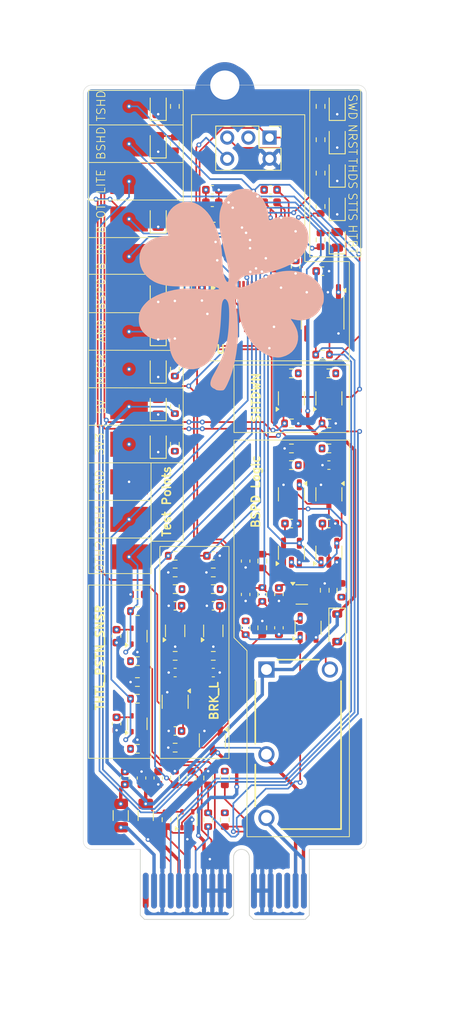
<source format=kicad_pcb>
(kicad_pcb (version 20241229) (generator "pcbnew") (generator_version "9.0")
  (layers (0 "F.Cu" signal) (4 "In1.Cu" signal) (6 "In2.Cu" signal) (2 "B.Cu" signal) (13 "F.Paste" user) (15 "B.Paste" user) (5 "F.SilkS" user "F.Silkscreen") (7 "B.SilkS" user "B.Silkscreen") (1 "F.Mask" user) (3 "B.Mask" user) (25 "Edge.Cuts" user))
  (net 0 "")
  (net 1 "GND")
  (net 2 "+3V3")
  (net 3 "/Microcontroller - STM32G441CBT6 (page 2)/NRST")
  (net 4 "Net-(U1-(EVENTOUT{slash}SPI2_SCK{slash}I2S2_CK{slash}GPIO_EXTI1)PF1-OSC_OUT)")
  (net 5 "Net-(U1-(EVENTOUT{slash}TIM1_CH3N{slash}SPI2_NSS{slash}I2S2_WS{slash}I2C2_SDA{slash}GPIO_EXTI0)PF0-OSC_IN)")
  (net 6 "+5V")
  (net 7 "/BSPD/RC_TIMER_STATUS")
  (net 8 "Net-(C18-Pad1)")
  (net 9 "Net-(Q1-G)")
  (net 10 "/BrakeLight/BRAKE_PRESS_SENSE_FILTERED")
  (net 11 "Net-(C25-Pad1)")
  (net 12 "Net-(C26-Pad1)")
  (net 13 "Net-(D1-A)")
  (net 14 "Net-(D2-A)")
  (net 15 "Net-(D3-A)")
  (net 16 "Net-(D4-A)")
  (net 17 "Net-(D5-A)")
  (net 18 "Net-(D6-A)")
  (net 19 "Net-(D7-A)")
  (net 20 "Net-(D8-A)")
  (net 21 "Net-(D9-A)")
  (net 22 "Net-(D10-A)")
  (net 23 "Net-(D11-A)")
  (net 24 "Net-(D13-A)")
  (net 25 "Net-(D14-A)")
  (net 26 "Net-(D12-A)")
  (net 27 "Net-(J2-5V)")
  (net 28 "Net-(J2-3.3V)")
  (net 29 "/Microcontroller - STM32G441CBT6 (page 2)/SWCLK")
  (net 30 "/Microcontroller - STM32G441CBT6 (page 2)/SWDIO")
  (net 31 "/PCIe x1 Connector/INPUT_THROTTLE_2")
  (net 32 "/PCIe x1 Connector/INPUT_THROTTLE_1")
  (net 33 "/BrakeLight/BRAKELIGHT_CONN")
  (net 35 "/BSPD/BSPD_RELAY_IN")
  (net 37 "/Microcontroller - STM32G441CBT6 (page 2)/CAN_-")
  (net 39 "/Microcontroller - STM32G441CBT6 (page 2)/CAN_+")
  (net 40 "/PCIe x1 Connector/THROTTLE_1+")
  (net 42 "/BSPD/BSPD_RELAY_OUT")
  (net 43 "/PCIe x1 Connector/SS_INERTIA_SWITCH")
  (net 44 "/PCIe x1 Connector/THROTTLE_2+")
  (net 46 "Net-(J2-io_2)")
  (net 47 "Net-(J2-io_1)")
  (net 51 "Net-(Q1-D)")
  (net 52 "/BSPD/BSPD_LL")
  (net 53 "/BSPD/BRAKELIGHT_LL")
  (net 54 "/Microcontroller - STM32G441CBT6 (page 2)/SS_INERTIA_OUTPUT")
  (net 55 "/Microcontroller - STM32G441CBT6 (page 2)/BSPD_SHUTDOWN_SENSE")
  (net 56 "/Microcontroller - STM32G441CBT6 (page 2)/5KW_LED")
  (net 57 "/Microcontroller - STM32G441CBT6 (page 2)/BRAKE_LL_LED")
  (net 58 "/Microcontroller - STM32G441CBT6 (page 2)/BSPD_TRIP_LED")
  (net 59 "/Microcontroller - STM32G441CBT6 (page 2)/HEARTBEAT_LED")
  (net 60 "/BSPD/MOTOR_CURRENT_SENSE")
  (net 61 "Net-(R20-Pad1)")
  (net 62 "Net-(U3--)")
  (net 63 "Net-(U5--)")
  (net 64 "Net-(R24-Pad1)")
  (net 65 "/BrakeLight/BRAKE_PRESS_SENSE")
  (net 66 "Net-(U9--)")
  (net 67 "Net-(U8-+)")
  (net 68 "Net-(R34-Pad1)")
  (net 69 "Net-(R27-Pad1)")
  (net 70 "Net-(U11--)")
  (net 71 "/Microcontroller - STM32G441CBT6 (page 2)/OUTPUT_THROTTLE_2")
  (net 72 "Net-(R35-Pad1)")
  (net 73 "/Microcontroller - STM32G441CBT6 (page 2)/OUTPUT_THROTTLE_1")
  (net 74 "Net-(U12--)")
  (net 75 "/Microcontroller - STM32G441CBT6 (page 2)/THROTTLE_DISABLE")
  (net 90 "/Microcontroller - STM32G441CBT6 (page 2)/CAN_TX")
  (net 91 "/Microcontroller - STM32G441CBT6 (page 2)/CAN_RX")
  (footprint "OEM:C_0603_1608Metric" (layer "F.Cu") (at 100.5 64.5)
    (property "Reference" "C1" (hide yes))
    (property "Value" "C_0.1uF")
  )
  (footprint "OEM:R_0603_1608Metric" (layer "F.Cu") (at 99.5 115.5 90)
    (property "Reference" "R19" (hide yes))
    (property "Value" "R_100k")
  )
  (footprint "OEM:C_0603_1608Metric" (layer "F.Cu") (at 103.5 72.25 -90)
    (property "Reference" "C4" (hide yes))
    (property "Value" "C_1uF")
  )
  (footprint "OEM:LQFP-48_7x7mm_P0.5mm" (layer "F.Cu") (at 97 70.5 90)
    (property "Reference" "U1" (hide yes))
    (property "Value" "STM32G441CBT6")
  )
  (footprint "OEM:D_0805_2012Metric" (layer "F.Cu") (at 108.5 61 90)
    (property "Reference" "D5" (hide yes))
    (property "Value" "THROTTLE_DISABLE")
  )
  (footprint "OEM:R_0603_1608Metric" (layer "F.Cu") (at 84.5 124)
    (property "Reference" "R44" (hide yes))
    (property "Value" "R_0")
  )
  (footprint "OEM:C_0603_1608Metric" (layer "F.Cu") (at 100.905512 78.648362 -90)
    (property "Reference" "C8" (hide yes))
    (property "Value" "C_30pF")
  )
  (footprint "OEM:SOT-23-5" (layer "F.Cu") (at 103 106.5 90)
    (property "Reference" "U6" (hide yes))
    (property "Value" "SN74LVC1G02DBVR")
  )
  (footprint "OEM:R_0603_1608Metric" (layer "F.Cu") (at 107 111 90)
    (property "Reference" "R23" (hide yes))
    (property "Value" "R_10k")
  )
  (footprint "OEM:SOT-353_SC-70-5" (layer "F.Cu") (at 84.5 116.5 90)
    (property "Reference" "U12" (hide yes))
    (property "Value" "MCP6001T-I/LT")
  )
  (footprint "OEM:TP_Hook_SMD" (layer "F.Cu") (at 83.5 66.5)
    (property "Reference" "TP8" (hide yes))
    (property "Value" "TP_SMD")
  )
  (footprint "OEM:D_0805_2012Metric" (layer "F.Cu") (at 87 53 90)
    (property "Reference" "D14" (hide yes))
    (property "Value" "D_Blue_LED")
  )
  (footprint "OEM:C_0603_1608Metric" (layer "F.Cu") (at 82 116.5 -90)
    (property "Reference" "C29" (hide yes))
    (property "Value" "C_0.1uF")
  )
  (footprint "OEM:TP_Hook_SMD" (layer "F.Cu") (at 83.5 98)
    (property "Reference" "TP3" (hide yes))
    (property "Value" "GND")
  )
  (footprint "OEM:C_0603_1608Metric" (layer "F.Cu") (at 100.5 63 180)
    (property "Reference" "C7" (hide yes))
    (property "Value" "C_0.1uF")
  )
  (footprint "OEM:TP_Hook_SMD" (layer "F.Cu") (at 83.5 89)
    (property "Reference" "TP1" (hide yes))
    (property "Value" "5V")
  )
  (footprint "OEM:R_0603_1608Metric" (layer "F.Cu") (at 106.5 53 90)
    (property "Reference" "R9" (hide yes))
    (property "Value" "R_200")
  )
  (footprint "OEM:C_0603_1608Metric" (layer "F.Cu") (at 82 127 -90)
    (property "Reference" "C28" (hide yes))
    (property "Value" "C_0.1uF")
  )
  (footprint "OEM:R_0603_1608Metric" (layer "F.Cu") (at 107.5 85 180)
    (property "Reference" "R42" (hide yes))
    (property "Value" "R_10k")
  )
  (footprint "OEM:R_0603_1608Metric" (layer "F.Cu") (at 103 94)
    (property "Reference" "R28" (hide yes))
    (property "Value" "R_10k")
  )
  (footprint "OEM:D_SOD-123" (layer "F.Cu") (at 108.5 115.5 -90)
    (property "Reference" "D11" (hide yes))
    (property "Value" "D_36V_500mW")
  )
  (footprint "OEM:D_0805_2012Metric" (layer "F.Cu") (at 108.5 53 90)
    (property "Reference" "D9" (hide yes))
    (property "Value" "SWDIO")
  )
  (footprint "OEM:R_0603_1608Metric" (layer "F.Cu") (at 89 75.5 90)
    (property "Reference" "R27" (hide yes))
    (property "Value" "R_1k")
  )
  (footprint "OEM:SOT-23-3" (layer "F.Cu") (at 93.5 129 -90)
    (property "Reference" "Q3" (hide yes))
    (property "Value" "SSM3K333R,LF")
  )
  (footprint "OEM:R_0603_1608Metric" (layer "F.Cu") (at 109 111 90)
    (property "Reference" "R22" (hide yes))
    (property "Value" "R_10k")
  )
  (footprint "OEM:SOT-23-3" (layer "F.Cu") (at 103 88 90)
    (property "Reference" "Q4" (hide yes))
    (property "Value" "SSM3K333R,LF")
  )
  (footprint "OEM:R_0603_1608Metric" (layer "F.Cu") (at 95 133.5 -90)
    (property "Reference" "R12" (hide yes))
    (property "Value" "R_200")
  )
  (footprint "OEM:R_0603_1608Metric" (layer "F.Cu") (at 106.5 69 90)
    (property "Reference" "R4" (hide yes))
    (property "Value" "R_200")
  )
  (footprint "OEM:SOT-353_SC-70-5" (layer "F.Cu") (at 89.034903 115.863063 90)
    (property "Reference" "U8" (hide yes))
    (property "Value" "MCP6001T-I/LT")
  )
  (footprint "OEM:SOT-23-3" (layer "F.Cu") (at 107.5 88 90)
    (property "Reference" "Q5" (hide yes))
    (property "Value" "SSM3K333R,LF")
  )
  (footprint "OEM:C_0603_1608Metric" (layer "F.Cu") (at 101.75 75.51431 90)
    (property "Reference" "C9" (hide yes))
    (property "Value" "C_0.1uF")
  )
  (footprint "OEM:R_0603_1608Metric" (layer "F.Cu") (at 97.5 115.5 -90)
    (property "Reference" "R18" (hide yes))
    (property "Value" "R_100k")
  )
  (footprint "OEM:C_0603_1608Metric" (layer "F.Cu") (at 103.5 68.75 -90)
    (property "Reference" "C2" (hide yes))
    (property "Value" "C_10nF")
  )
  (footprint "OEM:R_0603_1608Metric" (layer "F.Cu") (at 89 93.5 90)
    (property "Reference" "R7" (hide yes))
    (property "Value" "R_200")
  )
  (footprint "OEM:TP_Hook_SMD" (layer "F.Cu") (at 83.5 84.5)
    (property "Reference" "TP4" (hide yes))
    (property "Value" "TP_SMD")
  )
  (footprint "OEM:R_0603_1608Metric" (layer "F.Cu") (at 106.5 65 90)
    (property "Reference" "R3" (hide yes))
    (property "Value" "R_200")
  )
  (footprint "OEM:D_0805_2012Metric" (layer "F.Cu") (at 87 57.5 90)
    (property "Reference" "D13" (hide yes))
    (property "Value" "D_Blue_LED")
  )
  (footprint "OEM:SOT-23-5" (layer "F.Cu") (at 105 115.5 90)
    (property "Reference" "U4" (hide yes))
    (property "Value" "SN74LVC1G08DBVR")
  )
  (footprint "OEM:R_0603_1608Metric" (layer "F.Cu") (at 84.5 111.5 180)
    (property "Reference" "R48" (hide yes))
    (property "Value" "R_2.2k")
  )
  (footprint "OEM:D_0805_2012Metric" (layer "F.Cu") (at 87 66.5 90)
    (property "Reference" "D2" (hide yes))
    (property "Value" "BRAKES")
  )
  (footprint "OEM:R_0603_1608Metric" (layer "F.Cu") (at 89 57.5 90)
    (property "Reference" "R37" (hide yes))
    (property "Value" "R_3k")
  )
  (footprint "OEM:TP_Hook_SMD" (layer "F.Cu") (at 83.5 75.5)
    (property "Reference" "TP6" (hide yes))
    (property "Value" "TP_SMD")
  )
  (footprint "OEM:R_0603_1608Metric" (layer "F.Cu") (at 89 89 90)
    (property "Reference" "R6" (hide yes))
    (property "Value" "R_1k")
  )
  (footprint "OEM:SOT-23-3" (layer "F.Cu") (at 107.5 99.5 -90)
    (property "Reference" "Q1" (hide yes))
    (property "Value" "SSM3K333R,LF")
  )
  (footprint "OEM:C_0603_1608Metric" (layer "F.Cu") (at 93.616327 112.863063 180)
    (property "Reference" "C24" (hide yes))
    (property "Value" "C_0.1uF")
  )
  (footprint "OEM:R_0603_1608Metric" (layer "F.Cu") (at 89 66.5 90)
    (property "Reference" "R2" (hide yes))
    (property "Value" "R_200")
  )
  (footprint "OEM:R_0603_1608Metric" (layer "F.Cu") (at 89.034903 110.863063 180)
    (property "Reference" "R32" (hide yes))
    (property "Value" "R_10k")
  )
  (footprint "OEM:SOT-23-5" (layer "F.Cu") (at 107.5 106.5 90)
    (property "Reference" "U7" (hide yes))
    (property "Value" "SN74LVC1G02DBVR")
  )
  (footprint "OEM:R_0603_1608Metric" (layer "F.Cu") (at 103 91)
    (property "Reference" "R38" (hide yes))
    (property "Value" "R_100k")
  )
  (footprint "OEM:TP_Hook_SMD" (layer "F.Cu") (at 83.5 53)
    (property "Reference" "TP11" (hide yes))
    (property "Value" "TP_SMD")
  )
  (footprint "OEM:C_0603_1608Metric" (layer "F.Cu") (at 89.034903 127.863063 180)
    (property "Reference" "C27" (hide yes))
    (property "Value" "C_0.1uF")
  )
  (footprint "OEM:R_0603_1608Metric" (layer "F.Cu") (at 95 138.5 -90)
    (property "Reference" "R11" (hide yes))
    (property "Value" "R_10k")
  )
  (footprint "OEM:R_0603_1608Metric" (layer "F.Cu") (at 107.5 91)
    (property "Reference" "R41" (hide yes))
    (property "Value" "R_100k")
  )
  (footprint "OEM:C_0603_1608Metric" (layer "F.Cu") (at 107.5 96)
    (property "Reference" "C19" (hide yes))
    (property "Value" "C_0.1uF")
  )
  (footprint "OEM:C_0603_1608Metric" (layer "F.Cu") (at 101.5 111.5 -90)
    (property "Reference" "C17" (hide yes))
    (property "Value" "C_0.1uF")
  )
  (footprint "OEM:SOT-353_SC-70-5" (layer "F.Cu") (at 84.5 127 90)
    (property "Reference" "U11" (hide yes))
    (property "Value" "MCP6001T-I/LT")
  )
  (footprint "OEM:R_0603_1608Metric" (layer "F.Cu") (at 89 133.5 90)
    (property "Reference" "R17" (hide yes))
    (property "Value" "R_10k")
  )
  (footprint "OEM:C_0603_1608Metric" (layer "F.Cu") (at 85 133.5 90)
    (property "Reference" "C12" (hide yes))
    (property "Value" "C_10uF_10V")
  )
  (footprint "OEM:C_0603_1608Metric" (layer "F.Cu") (at 107.5 103)
    (property "Reference" "C21" (hide yes))
    (property "Value" "C_0.1uF")
  )
  (footprint "OEM:R_0603_1608Metric" (layer "F.Cu") (at 89.034903 108.863063 180)
    (property "Reference" "R33" (hide yes))
    (property "Value" "R_1k")
  )
  (footprint "OEM:C_0603_1608Metric" (layer "F.Cu") (at 106.743998 72.75)
    (property "Reference" "C11" (hide yes))
    (property "Value" "C_0.1uF_16V")
  )
  (footprint "OEM:C_0603_1608Metric" (layer "F.Cu") (at 83 133.5 90)
    (property "Reference" "C13" (hide yes))
    (property "Value" "C_10uF_10V")
  )
  (footprint "OEM:C_0603_1608Metric" (layer "F.Cu") (at 93.616327 106.863063)
    (property "Reference" "C22" (hide yes))
    (property "Value" "C_0.22uF_50V")
  )
  (footprint "OEM:SOT-353_SC-70-5" (layer "F.Cu") (at 93.616327 115.863063 90)
    (property "Reference" "U9" (hide yes))
    (property "Value" "MCP6001T-I/LT")
  )
  (footprint "OEM:D_0805_2012Metric" (layer "F.Cu") (at 108.5 65 90)
    (property "Reference" "D3" (hide yes))
    (property "Value" "BSPD_TRIP")
  )
  (footprint "OEM:G5Q1A4DC5 (K_SPST-NO_10A_5V_TH - G5Q-1A4-DC5)" (layer "F.Cu") (at 100 120.5 -90)
    (property "Reference" "K1" (hide yes))
    (property "Value" "K_10A_5V" (hide yes))
  )
  (footprint "OEM:C_0603_1608Metric" (layer "F.Cu") (at 97.5 111.5 -90)
    (property "Reference" "C16" (hide yes))
    (property "Value" "C_10uF_10V")
  )
  (footprint "OEM:R_0603_1608Metric" (layer "F.Cu") (at 84.5 130)
    (property "Reference" "R43" (hide yes))
    (property "Value" "R_1M")
  )
  (footprint "OEM:Fuse_1206_3216Metric" (layer "F.Cu") (at 82.5 138 -90)
    (property "Reference" "F2" (hide yes))
    (property "Value" "F_500mA_8V")
  )
  (footprint "OEM:C_0603_1608Metric" (layer "F.Cu") (at 87.010499 133.5 -90)
    (property "Reference" "C14" (hide yes))
    (property "Value" "C_0.1uF")
  )
  (footprint "OEM:TP_Hook_SMD" (layer "F.Cu") (at 83.5 57.5)
    (property "Reference" "TP10" (hide yes))
    (property "Value" "TP_SMD")
  )
  (footprint "OEM:R_0603_1608Metric" (layer "F.Cu") (at 89.034903 118.863063)
    (property "Reference" "R34" (hide yes))
    (property "Value" "R_10k")
  )
  (footprint "OEM:FA238160000MBC0 (X_16MHz_18pF_SMD - FA-238_16.0000MB-C0)" (layer "F.Cu") (at 96.905512 78.648362 180)
    (property "Reference" "Y1" (hide yes))
    (property "Value" "X_16MHz_18pF" (hide yes))
  )
  (footprint "OEM:TP_Hook_SMD" (layer "F.Cu") (at 83.5 62)
    (property "Reference" "TP9" (hide yes))
    (property "Value" "TP_SMD")
  )
  (footprint "OEM:J_Programming_Pin_Header_Keyed" (layer "F.Cu") (at 100.37 56.74 -90)
    (property "Reference" "J1" (hide yes))
    (property "Value" "J_Programming_Pin_Header")
  )
  (footprint "OEM:D_0805_2012Metric" (layer "F.Cu") (at 108.5 57 90)
    (property "Reference" "D8" (hide yes))
    (property "Value" "NRST")
  )
  (footprint "OEM:R_0603_1608Metric" (layer "F.Cu") (at 89 53 90)
    (property "Reference" "R40" (hide yes))
    (property "Value" "R_3k")
  )
  (footprint "OEM:R_0603_1608Metric" (layer "F.Cu") (at 89.034903 129.863063 180)
    (property "Reference" "R36" (hide yes))
    (property "Value" "R_10k")
  )
  (footprint "OEM:C_0603_1608Metric" (layer "F.Cu") (at 92.25 75.5 -90)
    (property "Reference" "C5" (hide yes))
    (property "Value" "C_0.1uF")
  )
  (footprint "OEM:D_0805_2012Metric" (layer "F.Cu") (at 87 80 90)
    (property "Reference" "D10" (hide yes))
    (property "Value" "D_Amber_LED")
  )
  (footprint "OEM:R_0603_1608Metric" (layer "F.Cu") (at 103 96 180)
    (property "Reference" "R25" (hide yes))
    (property "Value" "R_100k")
  )
  (footprint "OEM:H_MountingHole" (layer "F.Cu") (at 95 50.434)
    (property "Reference" "H1" (hide yes))
    (property "Value" "H_MountingHole" (hide yes))
  )
  (footprint "OEM:R_0603_1608Metric" (layer "F.Cu") (at 89.034903 106.863063)
    (property "Reference" "R29" (hide yes))
    (property "Value" "R_75k")
  )
  (footprint "OEM:R_0603_1608Metric" (layer "F.Cu") (at 84.5 122 180)
    (property "Reference" "R45" (hide yes))
    (property "Value" "R_2.2k")
  )
  (footprint "OEM:R_0603_1608Metric" (layer "F.Cu") (at 93 133.5 90)
    (property "Reference" "R15" (hide yes))
    (property "Value" "R_10k")
  )
  (footprint "OEM:D_0805_2012Metric" (layer "F.Cu") (at 87 75.5 90)
    (property "Reference" "D12" (hide yes))
    (property "Value" "BSPD_TRIP_LED")
  )
  (footprint "OEM:R_0603_1608Metric" (layer "F.Cu") (at 107.5 94)
    (property "Reference" "R26" (hide yes))
    (property "Value" "R_10k")
  )
  (footprint "OEM:R_0603_1608Metric" (layer "F.Cu") (at 106.743998 82.75 180)
    (property "Reference" "R10" (hide yes))
    (property "Value" "R_120")
  )
  (footprint "OEM:C_0603_1608Metric" (layer "F.Cu") (at 89.034903 120.863063 180)
    (property "Reference" "C25" (hide yes))
    (property "Value" "C_1uF_25V")
  )
  (footprint "OEM:R_0603_1608Metric" (layer "F.Cu") (at 93.616327 110.863063 180)
    (property "Reference" "R30" (hide yes))
    (property "Value" "R_576")
  )
  (footprint "OEM:TP_Hook_SMD" (layer "F.Cu") (at 83.5 71)
    (property "Reference" "TP7" (hide yes))
    (property "Value" "TP_SMD")
  )
  (footprint "OEM:R_0603_1608Metric" (layer "F.Cu") (at 106.5 61 90)
    (property "Reference" "R5" (hide yes))
    (property "Value" "R_200")
  )
  (footprint "OEM:TP_Hook_SMD" (layer "F.Cu") (at 83.5 107)
    (property "Reference" "TP13" (hide yes))
    (property "Value" "TP_SMD")
  )
  (footprint "OEM:TP_Hook_SMD" (layer "F.Cu") (at 83.5 102.5)
    (property "Reference" "TP12" (hide yes))
    (property "Value" "TP_SMD")
  )
  (footprint "OEM:R_0603_1608Metric" (layer "F.Cu") (at 93 138.5 90)
    (property "Reference" "R14" (hide yes))
    (property "Value" "R_5.1k")
  )
  (footprint "OEM:SOT-353_SC-70-5" (layer "F.Cu") (at 104.25 111.5)
    (property "Reference" "U5" (hide yes))
    (property "Value" "MCP6001T-I/LT")
  )
  (footprint "OEM:TP_Hook_SMD" (layer "F.Cu") (at 83.5 93.5)
    (property "Reference" "TP2" (hide yes))
    (property "Value" "3V3")
  )
  (footprint "OEM:J_PCIe_x1_Key" (layer "F.Cu") (at 85.5 147)
    (property "Reference" "J2" (hide yes))
    (property "Value" "J_PCIe_x1")
    (fp_line (start -0.65 -4.95) (end -0.65 2.95) (stroke (width 0.1)) (layer "Edge.Cuts"))
    (fp_line (start -0.65 2.95) (end -0.15 3.45) (stroke (width 0.1)) (layer "Edge.Cuts"))
    (fp_line (start -0.15 3.45) (end 10.05 3.45) (stroke (width 0.1)) (layer "Edge.Cuts"))
    (fp_line (start 10.55 -4) (end 10.55 2.95) (stroke (width 0.1)) (layer "Edge.Cuts"))
    (fp_line (start 10.55 2.95) (end 10.05 3.45) (stroke (width 0.1)) (layer "Edge.Cuts"))
    (fp_line (start 12.45 -4) (end 12.45 2.95) (stroke (width 0.1)) (layer "Edge.Cuts"))
    (fp_line (start 12.45 2.95) (end 12.95 3.45) (stroke (width 0.1)) (layer "Edge.Cuts"))
    (fp_line (start 12.95 3.45) (end 19.15 3.45) (stroke (width 0.1)) (layer "Edge.Cuts"))
    (fp_line (start 19.65 -4.95) (end 19.65 2.95) (stroke (width 0.1)) (layer "Edge.Cuts"))
    (fp_line (start 19.65 2.95) (end 19.15 3.45) (stroke (width 0.1)) (layer "Edge.Cuts"))
    (fp_arc (start 10.55 -4) (mid 11.5 -4.95) (end 12.45 -4) (stroke (width 0.1)) (layer "Edge.Cuts"))
  )
  (footprint "OEM:R_0603_1608Metric" (layer "F.Cu") (at 106.5 57 90)
    (property "Reference" "R8" (hide yes))
    (property "Value" "R_200")
  )
  (footprint "OEM:C_0603_1608Metric" (layer "F.Cu") (at 89.034903 112.863063 180)
    (property "Reference" "C23" (hide yes))
    (property "Value" "C_0.1uF")
  )
  (footprint "OEM:R_0603_1608Metric" (layer "F.Cu") (at 84.5 113.5)
    (property "Reference" "R47" (hide yes))
    (property "Value" "R_0")
  )
  (footprint "OEM:R_0603_1608Metric" (layer "F.Cu") (at 89 80 90)
    (property "Reference" "R20" (hide yes))
    (property "Value" "R_1k")
  )
  (footprint "OEM:R_0603_1608Metric" (layer "F.Cu") (at 99.5 111.5 90)
    (property "Reference" "R21" (hide yes))
    (property "Value" "R_71.5k")
  )
  (footprint "OEM:C_0603_1608Metric" (layer "F.Cu") (at 101.5 115.5 90)
    (property "Reference" "C15" (hide yes))
    (property "Value" "C_0.1uF")
  )
  (footprint "OEM:C_0603_1608Metric" (layer "F.Cu") (at 92.905512 78.648362 90)
    (property "Reference" "C10" (hide yes))
    (property "Value" "C_30pF")
  )
  (footprint "OEM:R_0603_1608Metric" (layer "F.Cu") (at 93.616327 118.863063)
    (property "Reference" "R35" (hide yes))
    (property "Value" "R_10k")
  )
  (footprint "OEM:R_0603_1608Metric" (layer "F.Cu") (at 91 133.5 -90)
    (property "Reference" "R16" (hide yes))
    (property "Value" "R_5.1k")
  )
  (footprint "OEM:C_0603_1608Metric" (layer "F.Cu") (at 93.5 63)
    (property "Reference" "C6" (hide yes))
    (property "Value" "C_4.7uF")
  )
  (footprint "OEM:D_0805_2012Metric" (layer "F.Cu") (at 87 84.5 90)
    (property "Reference" "D1" (hide yes))
    (property "Value" "MOTOR_ON")
  )
  (footprint "OEM:C_0603_1608Metric" (layer "F.Cu") (at 97.5 107.5 -90)
    (property "Reference" "C18" (hide yes))
    (property "Value" "C_1uF")
  )
  (footprint "OEM:R_0603_1608Metric" (layer "F.Cu") (at 84.5 119.5)
    (property "Reference" "R46" (hide yes))
    (property "Value" "R_1M")
  )
  (footprint "OEM:TP_Hook_SMD" (layer "F.Cu") (at 83.5 80)
    (property "Reference" "TP5" (hide yes))
    (property "Value" "TP_SMD")
  )
  (footprint "OEM:SOT-23-5" (layer "F.Cu") (at 89.034903 124.363063 -90)
    (property "Reference" "U10" (hide yes))
    (property "Value" "SN74LVC1G32DBVR")
  )
  (footprint "OEM:R_0603_1608Metric" (layer "F.Cu") (at 89 84.5 90)
    (property "Reference" "R1" (hide yes))
    (property "Value" "R_200")
  )
  (footprint "OEM:D_0805_2012Metric" (layer "F.Cu") (at 87 89 90)
    (property "Reference" "D6" (hide yes))
    (property "Value" "5V")
  )
  (footprint "OEM:D_0805_2012Metric" (layer "F.Cu") (at 108.5 69 90)
    (property "Reference" "D4" (hide yes))
    (property "Value" "HEARTBEAT")
  )
  (footprint "OEM:R_0603_1608Metric" (layer "F.Cu") (at 99.5 107.5 90)
    (property "Reference" "R24" (hide yes))
    (property "Value" "R_10k")
  )
  (footprint "OEM:SOT-23-3" (layer "F.Cu") (at 103 99.5 -90)
    (property "Reference" "Q2" (hide yes))
    (property "Value" "SSM3K333R,LF")
  )
  (footprint "OEM:SOIC-8_3.9x4.9mm_P1.27mm" (layer "F.Cu") (at 106.743998 77.75 -90)
    (property "Reference" "U2" (hide yes))
    (property "Value" "MCP2561-E_SN")
  )
  (footprint "OEM:SOT-353_SC-70-5" (layer "F.Cu") (at 90.5 138.5 90)
    (property "Reference" "U3" (hide yes))
    (property "Value" "MCP6001T-I/LT")
  )
  (footprint "OEM:Fuse_1206_3216Metric" (layer "F.Cu") (at 85.5 138 -90)
    (property "Reference" "F1" (hide yes))
    (property "Value" "F_500mA_8V")
  )
  (footprint "OEM:D_0805_2012Metric" (layer "F.Cu") (at 87 93.5 90)
    (property "Reference" "D7" (hide yes))
    (property "Value" "3V3")
  )
  (footprint "OEM:R_0603_1608Metric" (layer "F.Cu") (at 93.616327 108.863063 180)
    (property "Reference" "R31" (hide yes))
    (property "Value" "R_100")
  )
  (footprint "OEM:R_0603_1608Metric" (layer "F.Cu") (at 103 85 180)
    (property "Reference" "R39" (hide yes))
    (property "Value" "R_10k")
  )
  (footprint "OEM:R_0603_1608Metric" (layer "F.Cu") (at 88 138.5 -90)
    (property "Reference" "R13" (hide yes))
    (property "Value" "R_10k")
  )
  (footprint "OEM:C_0603_1608Metric" (layer "F.Cu") (at 93.5 64.5)
    (property "Reference" "C3" (hide yes))
    (property "Value" "C_0.1uF")
  )
  (footprint "OEM:C_0603_1608Metric" (layer "F.Cu") (at 93.616327 120.863063)
    (property "Reference" "C26" (hide yes))
    (property "Value" "C_0.1uF_16V")
  )
  (footprint "OEM:C_0603_1608Metric" (layer "F.Cu") (at 103 103)
    (property "Reference" "C20" (hide yes))
    (property "Value" "C_0.1uF")
  )
  (footprint "LOGO" (layer "B.Cu") (at 95.68467 75.063406 180)
    (property "Reference" "G***" (hide yes))
    (property "Value" "LOGO" (hide yes))
  )
  (gr_line (start 91 54) (end 104.6 54) (stroke (width 0.1)) (layer "F.SilkS"))
  (gr_line (start 78.64 131.14) (end 86.14 131.15) (stroke (width 0.1)) (layer "F.SilkS"))
  (gr_line (start 78.65 91.225013) (end 90.01 91.195013) (stroke (width 0.1)) (layer "F.SilkS"))
  (gr_line (start 96.104365 116.684365) (end 96.104365 93) (stroke (width 0.1)) (layer "F.SilkS"))
  (gr_line (start 87.2 105.75) (end 95.5 105.75) (stroke (width 0.1)) (layer "F.SilkS"))
  (gr_line (start 78.64 73.125013) (end 90 73.125013) (stroke (width 0.1)) (layer "F.SilkS"))
  (gr_line (start 95.5 131.15) (end 95.5 105.75) (stroke (width 0.1)) (layer "F.SilkS"))
  (gr_line (start 105.2 51.05) (end 105.2 71.04) (stroke (width 0.1)) (layer "F.SilkS"))
  (gr_line (start 109.96 83.99) (end 109.96 92.09) (stroke (width 0.1)) (layer "F.SilkS"))
  (gr_line (start 90 51.08) (end 90 105.12) (stroke (width 0.1)) (layer "F.SilkS"))
  (gr_line (start 111.33 71.04) (end 111.33 51.04) (stroke (width 0.1)) (layer "F.SilkS"))
  (gr_line (start 86.14 105.12) (end 86.14 95.735198) (stroke (width 0.1)) (layer "F.SilkS"))
  (gr_line (start 96.104365 92.09) (end 109.96 92.09) (stroke (width 0.1)) (layer "F.SilkS"))
  (gr_line (start 78.64 59.725013) (end 90 59.725013) (stroke (width 0.1)) (layer "F.SilkS"))
  (gr_line (start 91 83.5) (end 109.96 83.5) (stroke (width 0.1)) (layer "F.SilkS"))
  (gr_line (start 78.64 110.38) (end 86.14 110.38) (stroke (width 0.1)) (layer "F.SilkS"))
  (gr_line (start 109.96 93) (end 109.96 140.54) (stroke (width 0.1)) (layer "F.SilkS"))
  (gr_line (start 78.64 95.725013) (end 90 95.725013) (stroke (width 0.1)) (layer "F.SilkS"))
  (gr_line (start 78.64 55.225013) (end 90 55.225013) (stroke (width 0.1)) (layer "F.SilkS"))
  (gr_line (start 104.61 71.6) (end 109.96 71.6) (stroke (width 0.1)) (layer "F.SilkS"))
  (gr_line (start 86.14 109) (end 78.64 109) (stroke (width 0.1)) (layer "F.SilkS"))
  (gr_line (start 78.64 110.38) (end 78.64 131.14) (stroke (width 0.1)) (layer "F.SilkS"))
  (gr_line (start 96.104365 83.99) (end 109.96 83.99) (stroke (width 0.1)) (layer "F.SilkS"))
  (gr_line (start 109.96 71.6) (end 109.96 83.5) (stroke (width 0.1)) (layer "F.SilkS"))
  (gr_line (start 86.14 105.12) (end 86.14 109) (stroke (width 0.1)) (layer "F.SilkS"))
  (gr_line (start 105.2 71.04) (end 111.330032 71.04) (stroke (width 0.1)) (layer "F.SilkS"))
  (gr_line (start 97.66 118.24) (end 96.104365 116.684365) (stroke (width 0.1)) (layer "F.SilkS"))
  (gr_line (start 87.2 105.75) (end 87.2 131.15) (stroke (width 0.1)) (layer "F.SilkS"))
  (gr_line (start 97.66 140.54) (end 109.96 140.54) (stroke (width 0.1)) (layer "F.SilkS"))
  (gr_line (start 96.104365 93) (end 109.96 93) (stroke (width 0.1)) (layer "F.SilkS"))
  (gr_line (start 104.6 54) (end 104.61 71.6) (stroke (width 0.1)) (layer "F.SilkS"))
  (gr_line (start 111.33 51.06) (end 105.2 51.05) (stroke (width 0.1)) (layer "F.SilkS"))
  (gr_line (start 78.64 68.725013) (end 90 68.725013) (stroke (width 0.1)) (layer "F.SilkS"))
  (gr_line (start 78.64 77.725013) (end 90 77.735013) (stroke (width 0.1)) (layer "F.SilkS"))
  (gr_line (start 78.64 104.74) (end 86.14 104.74) (stroke (width 0.1)) (layer "F.SilkS"))
  (gr_line (start 78.63 82.225013) (end 89.99 82.255013) (stroke (width 0.1)) (layer "F.SilkS"))
  (gr_line (start 90 105.12) (end 86.14 105.12) (stroke (width 0.1)) (layer "F.SilkS"))
  (gr_line (start 96.104365 92.09) (end 96.104365 83.99) (stroke (width 0.1)) (layer "F.SilkS"))
  (gr_line (start 95.5 131.15) (end 87.2 131.15) (stroke (width 0.1)) (layer "F.SilkS"))
  (gr_line (start 78.64 51.08) (end 89.98 51.08) (stroke (width 0.1)) (layer "F.SilkS"))
  (gr_line (start 91 83.5) (end 91 54) (stroke (width 0.1)) (layer "F.SilkS"))
  (gr_line (start 78.64 100.23) (end 86.14 100.23) (stroke (width 0.1)) (layer "F.SilkS"))
  (gr_line (start 97.66 140.54) (end 97.66 118.24) (stroke (width 0.1)) (layer "F.SilkS"))
  (gr_line (start 78.64 109) (end 78.64 51.08) (stroke (width 0.1)) (layer "F.SilkS"))
  (gr_line (start 86.14 110.38) (end 86.14 131.15) (stroke (width 0.1)) (layer "F.SilkS"))
  (gr_line (start 90 64.225013) (end 78.64 64.225013) (stroke (width 0.1)) (layer "F.SilkS"))
  (gr_line (start 78.62 86.725013) (end 89.98 86.755013) (stroke (width 0.1)) (layer "F.SilkS"))
  (gr_line (start 112 141.05) (end 112 51.45) (stroke (width 0.05)) (layer "Edge.Cuts"))
  (gr_line (start 105.15 142.05) (end 111 142.05) (stroke (width 0.05)) (layer "Edge.Cuts"))
  (gr_line (start 78 141.05) (end 78 51.45) (stroke (width 0.05)) (layer "Edge.Cuts"))
  (gr_line (start 84.85 142.05) (end 79 142.05) (stroke (width 0.05)) (layer "Edge.Cuts"))
  (gr_arc (start 111 50.45) (mid 111.707107 50.742893) (end 112 51.45) (stroke (width 0.05)) (layer "Edge.Cuts"))
  (gr_arc (start 112 141.05) (mid 111.707107 141.757107) (end 111 142.05) (stroke (width 0.05)) (layer "Edge.Cuts"))
  (gr_arc (start 79 142.05) (mid 78.292893 141.757107) (end 78 141.05) (stroke (width 0.05)) (layer "Edge.Cuts"))
  (gr_line (start 79 50.45) (end 111 50.45) (stroke (width 0.05)) (layer "Edge.Cuts"))
  (gr_arc (start 78 51.45) (mid 78.292893 50.742893) (end 79 50.45) (stroke (width 0.05)) (layer "Edge.Cuts"))
  (gr_text "3V3" (at 80.58 94.91 90) (layer "F.SilkS") (effects (font (size 1 1) (thickness 0.1)) (justify left bottom)))
  (gr_text "THTL_PSTN_SNSR" (at 80.59 125.5 90) (layer "F.SilkS") (effects (font (size 1 1) (thickness 0.2) (bold yes)) (justify left bottom)))
  (gr_text "BSPD" (at 80.72 77.5 90) (layer "F.SilkS") (effects (font (size 1 1) (thickness 0.1)) (justify left bottom)))
  (gr_text "BSHD" (at 80.72 59.48 90) (layer "F.SilkS") (effects (font (size 1 1) (thickness 0.1)) (justify left bottom)))
  (gr_text "B_IN" (at 80.72 72.72 90) (layer "F.SilkS") (effects (font (size 1 1) (thickness 0.1)) (justify left bottom)))
  (gr_text "B_OT" (at 80.72 68.32 90) (layer "F.SilkS") (effects (font (size 1 1) (thickness 0.1)) (justify left bottom)))
  (gr_text "SWD" (at 109.76 51.46 270) (layer "F.SilkS") (effects (font (size 1 1) (thickness 0.1)) (justify left bottom)))
  (gr_text "AND" (at 80.73 81.41 90) (layer "F.SilkS") (effects (font (size 1 1) (thickness 0.1)) (justify left bottom)))
  (gr_text "GND" (at 80.56 99.62 90) (layer "F.SilkS") (effects (font (size 1 1) (thickness 0.1)) (justify left bottom)))
  (gr_text "THDS" (at 109.76 59.1 270) (layer "F.SilkS") (effects (font (size 1 1) (thickness 0.1)) (justify left bottom)))
  (gr_text "STTS" (at 109.76 63.27 270) (layer "F.SilkS") (effects (font (size 1 1) (thickness 0.1)) (justify left bottom)))
  (gr_text "SHTDWN" (at 99.34 91.03 90) (layer "F.SilkS") (effects (font (size 1 1) (thickness 0.2) (bold yes)) (justify left bottom)))
  (gr_text "MTCR" (at 80.73 86.49 90) (layer "F.SilkS") (effects (font (size 1 1) (thickness 0.1)) (justify left bottom)))
  (gr_text "BRK_L" (at 94.29 126.68 90) (layer "F.SilkS") (effects (font (size 1 1) (thickness 0.2) (bold yes)) (justify left bottom)))
  (gr_text "5V" (at 80.74 89.97 90) (layer "F.SilkS") (effects (font (size 1 1) (thickness 0.1)) (justify left bottom)))
  (gr_text "BSPD Logic" (at 99.3 103.65 90) (layer "F.SilkS") (effects (font (size 1 1) (thickness 0.2) (bold yes)) (justify left bottom)))
  (gr_text "MCU" (at 91.7 82.72 0) (layer "F.SilkS") (effects (font (size 1 1) (thickness 0.2) (bold yes)) (justify left bottom)))
  (gr_text "LITE" (at 80.71 63.55 90) (layer "F.SilkS") (effects (font (size 1 1) (thickness 0.1)) (justify left bottom)))
  (gr_text "OTH2" (at 80.56 108.91 90) (layer "F.SilkS") (effects (font (size 1 1) (thickness 0.1)) (justify left bottom)))
  (gr_text "TSHD" (at 80.73 54.88 90) (layer "F.SilkS") (effects (font (size 1 1) (thickness 0.1)) (justify left bottom)))
  (gr_text "HTBT" (at 109.77 67.09 270) (layer "F.SilkS") (effects (font (size 1 1) (thickness 0.1)) (justify left bottom)))
  (gr_text "NRST" (at 109.76 55.03 270) (layer "F.SilkS") (effects (font (size 1 1) (thickness 0.1)) (justify left bottom)))
  (gr_text "OTH1" (at 80.58 104.43 90) (layer "F.SilkS") (effects (font (size 1 1) (thickness 0.1)) (justify left bottom)))
  (gr_text "Test Points" (at 88.6 104.7 90) (layer "F.SilkS") (effects (font (size 1 1) (thickness 0.2) (bold yes)) (justify left bottom)))
  (segment (start 108.5 65.9375) (end 108.5 65.94) (width 0.2032) (layer "F.Cu") (net 1))
  (segment (start 91.030396 138.520396) (end 90.5 139.050792) (width 0.2032) (layer "F.Cu") (net 1))
  (segment (start 107.518998 70.918502) (end 107.518998 72.75) (width 0.2032) (layer "F.Cu") (net 1))
  (segment (start 94.75 64.975) (end 94.75 66.3375) (width 0.2032) (layer "F.Cu") (net 1))
  (segment (start 88.259903 120.860097) (end 88.26 120.86) (width 0.2032) (layer "F.Cu") (net 1))
  (segment (start 103.95 90.875) (end 103.825 91) (width 0.2032) (layer "F.Cu") (net 1))
  (segment (start 92.841327 112.861327) (end 92.84 112.86) (width 0.2032) (layer "F.Cu") (net 1))
  (segment (start 102.05 98.3625) (end 102.05 98.36) (width 0.2032) (layer "F.Cu") (net 1))
  (segment (start 87.010499 134.270499) (end 87.01 134.27) (width 0.2032) (layer "F.Cu") (net 1))
  (segment (start 92.063914 72.75) (end 92.8375 72.75) (width 0.2032) (layer "F.Cu") (net 1))
  (segment (start 87 76.4375) (end 87 76.5) (width 0.2032) (layer "F.Cu") (net 1))
  (segment (start 103.95 107.6375) (end 103.95 107.64) (width 0.2032) (layer "F.Cu") (net 1))
  (segment (start 92.905512 77.873362) (end 95.780512 77.873362) (width 0.2032) (layer "F.Cu") (net 1))
  (segment (start 103.04 111.5) (end 103.3 111.5) (width 0.2032) (layer "F.Cu") (net 1))
  (segment (start 91.5 141.84) (end 91.5 147) (width 0.2032) (layer "F.Cu") (net 1))
  (segment (start 92.841327 112.863063) (end 92.841327 112.861327) (width 0.2032) (layer "F.Cu") (net 1))
  (segment (start 88.259903 112.860097) (end 88.26 112.86) (width 0.2032) (layer "F.Cu") (net 1))
  (segment (start 83.675 111.5) (end 83.68 111.5) (width 0.2032) (layer "F.Cu") (net 1))
  (segment (start 103.775 103) (end 103.78 103) (width 0.2032) (layer "F.Cu") (net 1))
  (segment (start 102.265 112.275) (end 103.04 111.5) (width 0.2032) (layer "F.Cu") (net 1))
  (segment (start 94.275 64.5) (end 94.75 64.975) (width 0.2032) (layer "F.Cu") (net 1))
  (segment (start 108.45 90.875) (end 108.325 91) (width 0.2032) (layer "F.Cu") (net 1))
  (segment (start 88.259903 112.863063) (end 88.259903 112.860097) (width 0.2032) (layer "F.Cu") (net 1))
  (segment (start 105.95 116.6375) (end 105.95 116.64) (width 0.2032) (layer "F.Cu") (net 1))
  (segment (start 91.06 138.5) (end 91.039604 138.520396) (width 0.2032) (layer "F.Cu") (net 1))
  (segment (start 102.175 94) (end 102.18 94) (width 0.2032) (layer "F.Cu") (net 1))
  (segment (start 88.259903 120.863063) (end 88.259903 120.860097) (width 0.2032) (layer "F.Cu") (net 1))
  (segment (start 108.648998 80.225) (end 108.648998 80.221002) (width 0.2032) (layer "F.Cu") (net 1))
  (segment (start 85 132.725) (end 85 132.73) (width 0.2032) (layer "F.Cu") (net 1))
  (segment (start 91.039604 138.520396) (end 91.030396 138.520396) (width 0.2032) (layer "F.Cu") (net 1))
  (segment (start 107 110.175) (end 107 110.18) (width 0.2032) (layer "F.Cu") (net 1))
  (segment (start 87 85.4375) (end 87 85.5) (width 0.2032) (layer "F.Cu") (net 1))
  (segment (start 93.5 143.522416) (end 93.2032 143.225616) (width 0.2032) (layer "F.Cu") (net 1))
  (segment (start 87 58.4375) (end 87 58.5) (width 0.2032) (layer "F.Cu") (net 1))
  (segment (start 92.55 127.8625) (end 92.55 127.86) (width 0.2032) (layer "F.Cu") (net 1))
  (segment (start 88.259903 127.860097) (end 88.26 127.86) (width 0.2032) (layer "F.Cu") (net 1))
  (segment (start 87 94.4375) (end 87 94.5) (width 0.2032) (layer "F.Cu") (net 1))
  (segment (start 82.36 117.325) (end 82.05 117.325) (width 0.2032) (layer "F.Cu") (net 1))
  (segment (start 108.275 103) (end 108.27 103) (width 0.2032) (layer "F.Cu") (net 1))
  (segment (start 90.5 139.050792) (end 90.5 139.45) (width 0.2032) (layer "F.Cu") (net 1))
  (segment (start 101.75 74.73931) (end 101.75 74.73) (width 0.2032) (layer "F.Cu") (net 1))
  (segment (start 94.391327 106.861327) (end 94.39 106.86) (width 0.2032) (layer "F.Cu") (net 1))
  (segment (start 107.518998 72.75) (end 107.518998 75.135) (width 0.2032) (layer "F.Cu") (net 1))
  (segment (start 87 80.9375) (end 87 81) (width 0.2032) (layer "F.Cu") (net 1))
  (segment (start 93.616327 117.756327) (end 93.62 117.76) (width 0.2032) (layer "F.Cu") (net 1))
  (segment (start 92.25 76.275) (end 91.4724 75.4974) (width 0.2032) (layer "F.Cu") (net 1))
  (segment (start 108.5 61.9375) (end 108.5 61.94) (width 0.2032) (layer "F.Cu") (net 1))
  (segment (start 108.648998 80.221002) (end 108.65 80.22) (width 0.2032) (layer "F.Cu") (net 1))
  (segment (start 108.45 89.1375) (end 108.45 90.875) (width 0.2032) (layer "F.Cu") (net 1))
  (segment (start 82.05 117.325) (end 82 117.275) (width 0.2032) (layer "F.Cu") (net 1))
  (segment (start 108.5 53.9375) (end 108.5 53.94) (width 0.2032) (layer "F.Cu") (net 1))
  (segment (start 102.775 70.25) (end 103.5 69.525) (width 0.2032) (layer "F.Cu") (net 1))
  (segment (start 103.5 69.525) (end 104.2776 70.3026) (width 0.2032) (layer "F.Cu") (net 1))
  (segment (start 106.725 96) (end 106.73 96) (width 0.2032) (layer "F.Cu") (net 1))
  (segment (start 94.275 63) (end 94.275 64.5) (width 0.2032) (layer "F.Cu") (net 1))
  (segment (start 92.791327 108.861327) (end 92.79 108.86) (width 0.2032) (layer "F.Cu") (net 1))
  (segment (start 93 132.675) (end 93 132.68) (width 0.2032) (layer "F.Cu") (net 1))
  (segment (start 89.034903 117.754903) (end 89.04 117.76) (width 0.2032) (layer "F.Cu") (net 1))
  (segment (start 100.880512 79.448362) (end 100.905512 79.423362) (width 0.2032) (layer "F.Cu") (net 1))
  (segment (start 103.95 89.1375) (end 103.95 90.875) (width 0.2032) (layer "F.Cu") (net 1))
  (segment (start 88.209903 129.863063) (end 88.209903 129.860097) (width 0.2032) (layer "F.Cu") (net 1))
  (segment (start 94.391327 106.863063) (end 94.391327 106.861327) (width 0.2032) (layer "F.Cu") (net 1))
  (segment (start 88.5 143.58) (end 88.5 147) (width 0.2032) (layer "F.Cu") (net 1))
  (segment (start 88.084903 123.225563) (end 88.084903 123.225097) (width 0.2032) (layer "F.Cu") (net 1))
  (segment (start 94.391327 120.863063) (end 94.391327 120.861327) (width 0.2032) (layer "F.Cu") (net 1))
  (segment (start 104.2776 72.2474) (end 103.5 73.025) (width 0.2032) (layer "F.Cu") (net 1))
  (segment (start 88.209903 108.863063) (end 88.209903 108.860097) (width 0.2032) (layer "F.Cu") (net 1))
  (segment (start 90.5 140.84) (end 91.5 141.84) (width 0.2032) (layer "F.Cu") (net 1))
  (segment (start 107.518998 75.135) (end 107.378998 75.275) (width 0.2032) (layer "F.Cu") (net 1))
  (segment (start 87.010499 134.275) (end 87.010499 134.270499) (width 0.2032) (layer "F.Cu") (net 1))
  (segment (start 108.5 69.9375) (end 107.518998 70.918502) (width 0.2032) (layer "F.Cu") (net 1))
  (segment (start 94.391327 120.861327) (end 94.39 120.86) (width 0.2032) (layer "F.Cu") (net 1))
  (segment (start 87 89.9375) (end 87 89.75) (width 0.2032) (layer "F.Cu") (net 1))
  (segment (start 88.209903 108.860097) (end 88.21 108.86) (width 0.2032) (layer "F.Cu") (net 1))
  (segment (start 99.5 114.675) (end 99.5 114.68) (width 0.2032) (layer "F.Cu") (net 1))
  (segment (start 84.5 117.449999) (end 84.5 118.41) (width 0.2032) (layer "F.Cu") (net 1))
  (segment (start 99.725 63) (end 99.73 63) (width 0.2032) (layer "F.Cu") (net 1))
  (segment (start 101.5 116.275) (end 101.5 116.27) (width 0.2032) (layer "F.Cu") (net 1))
  (segment (start 83.675 122) (end 83.68 122) (width 0.2032) (layer "F.Cu") (net 1))
  (segment (start 92.791327 108.863063) (end 92.791327 108.861327) (width 0.2032) (layer "F.Cu") (net 1))
  (segment (start 108.45 107.6375) (end 108.45 107.64) (width 0.2032) (layer "F.Cu") (net 1))
  (segment (start 98.005512 79.448362) (end 100.880512 79.448362) (width 0.2032) (layer "F.Cu") (net 1))
  (segment (start 95.780512 77.873362) (end 95.805512 77.848362) (width 0.2032) (layer "F.Cu") (net 1))
  (segment (start 88.209903 129.860097) (end 88.21 129.86) (width 0.2032) (layer "F.Cu") (net 1))
  (segment (start 106.55 98.3625) (end 106.55 98.36) (width 0.2032) (layer "F.Cu") (net 1))
  (segment (start 97.5 108.275) (end 97.5 108.27) (width 0.2032) (layer "F.Cu") (net 1))
  (segment (start 101.5 112.275) (end 102.265 112.275) (width 0.2032) (layer "F.Cu") (net 1))
  (segment (start 91.4724 73.341514) (end 92.063914 72.75) (width 0.2032) (layer "F.Cu") (net 1))
  (segment (start 101.5 112.275) (end 101.5 112.28) (width 0.2032) (layer "F.Cu") (net 1))
  (segment (start 88.084903 123.225097) (end 88.09 123.22) (width 0.2032) (layer "F.Cu") (net 1))
  (segment (start 101.7641 66.348754) (end 101.7641 64.9891) (width 0.2032) (layer "F.Cu") (net 1))
  (segment (start 88.259903 127.863063) (end 88.259903 127.860097) (width 0.2032) (layer "F.Cu") (net 1))
  (segment (start 102.2026 65.4276) (end 102.2026 67.983486) (width 0.2032) (layer "F.Cu") (net 1))
  (segment (start 101.1625 70.25) (end 102.775 70.25) (width 0.2032) (layer "F.Cu") (net 1))
  (segment (start 93.5 147) (end 93.5 143.522416) (width 0.2032) (layer "F.Cu") (net 1))
  (segment (start 87 53.9375) (end 87 54) (width 0.2032) (layer "F.Cu") (net 1))
  (segment (start 101.7641 64.9891) (end 101.275 64.5) (width 0.2032) (layer "F.Cu") (net 1))
  (segment (start 93.616327 116.813063) (end 93.616327 117.756327) (width 0.2032) (layer "F.Cu") (net 1))
  (segment (start 83 132.725) (end 83 132.73) (width 0.2032) (layer "F.Cu") (net 1))
  (segment (start 89.034903 116.813063) (end 89.034903 117.754903) (width 0.2032) (layer "F.Cu") (net 1))
  (segment (start 85.78 140.86) (end 88.5 143.58) (width 0.2032) (layer "F.Cu") (net 1))
  (segment (start 101.275 64.5) (end 102.2026 65.4276) (width 0.2032) (layer "F.Cu") (net 1))
  (segment (start 87 67.4375) (end 87 67.5) (width 0.2032) (layer "F.Cu") (net 1))
  (segment (start 84.5 127.949999) (end 84.5 128.91) (width 0.2032) (layer "F.Cu") (net 1))
  (segment (start 104.2776 70.3026) (end 104.2776 72.2474) (width 0.2032) (layer "F.Cu") (net 1))
  (segment (start 89 132.675) (end 89 132.67) (width 0.2032) (layer "F.Cu") (net 1))
  (segment (start 102.2026 67.983486) (end 101.936086 68.25) (width 0.2032) (layer "F.Cu") (net 1))
  (segment (start 108.5 57.9375) (end 108.5 57.94) (width 0.2032) (layer "F.Cu") (net 1))
  (segment (start 91.4724 75.4974) (end 91.4724 73.341514) (width 0.2032) (layer "F.Cu") (net 1))
  (segment (start 101.936086 68.25) (end 101.1625 68.25) (width 0.2032) (layer "F.Cu") (net 1))
  (segment (start 97.5 112.275) (end 97.5 112.28) (width 0.2032) (layer "F.Cu") (net 1))
  (via (at 97.5 112.28) (size 0.6) (drill 0.3) (layers "F.Cu" "B.Cu") (net 1))
  (via (at 108.325 91) (size 0.6) (drill 0.3) (layers "F.Cu" "B.Cu") (net 1))
  (via (at 92.25 76.275) (size 0.6) (drill 0.3) (layers "F.Cu" "B.Cu") (net 1))
  (via (at 88.26 120.86) (size 0.6) (drill 0.3) (layers "F.Cu" "B.Cu") (net 1))
  (via (at 85.78 140.86) (size 0.6) (drill 0.3) (layers "F.Cu" "B.Cu") (net 1))
  (via (at 102.18 94) (size 0.6) (drill 0.3) (layers "F.Cu" "B.Cu") (net 1))
  (via (at 99.5 114.68) (size 0.6) (drill 0.3) (layers "F.Cu" "B.Cu") (net 1))
  (via (at 93.62 117.76) (size 0.6) (drill 0.3) (layers "F.Cu" "B.Cu") (net 1))
  (via (at 108.5 53.94) (size 0.6) (drill 0.3) (layers "F.Cu" "B.Cu") (net 1))
  (via (at 108.65 80.22) (size 0.6) (drill 0.3) (layers "F.Cu" "B.Cu") (net 1))
  (via (at 107.518998 72.75) (size 0.6) (drill 0.3) (layers "F.Cu" "B.Cu") (net 1))
  (via (at 83.68 122) (size 0.6) (drill 0.3) (layers "F.Cu" "B.Cu") (net 1))
  (via (at 103.78 103) (size 0.6) (drill 0.3) (layers "F.Cu" "B.Cu") (net 1))
  (via (at 87 67.4375) (size 0.6) (drill 0.3) (layers "F.Cu" "B.Cu") (net 1))
  (via (at 107.378998 75.275) (size 0.6) (drill 0.3) (layers "F.Cu" "B.Cu") (net 1))
  (via (at 82 127.775) (size 0.6) (drill 0.3) (layers "F.Cu" "B.Cu") (net 1))
  (via (at 87 94.4375) (size 0.6) (drill 0.3) (layers "F.Cu" "B.Cu") (net 1))
  (via (at 87 80.9375) (size 0.6) (drill 0.3) (layers "F.Cu" "B.Cu") (net 1))
  (via (at 83.68 111.5) (size 0.6) (drill 0.3) (layers "F.Cu" "B.Cu") (net 1))
  (via (at 91.06 138.5) (size 0.6) (drill 0.3) (layers "F.Cu" "B.Cu") (net 1))
  (via (at 94.39 120.86) (size 0.6) (drill 0.3) (layers "F.Cu" "B.Cu") (net 1))
  (via (at 88.26 112.86) (size 0.6) (drill 0.3) (layers "F.Cu" "B.Cu") (net 1))
  (via (at 87 58.4375) (size 0.6) (drill 0.3) (layers "F.Cu" "B.Cu") (net 1))
  (via (at 87 76.4375) (size 0.6) (drill 0.3) (layers "F.Cu" "B.Cu") (net 1))
  (via (at 101.75 74.73) (size 0.6) (drill 0.3) (layers "F.Cu" "B.Cu") (net 1))
  (via (at 103.5 73.025) (size 0.6) (drill 0.3) (layers "F.Cu" "B.Cu") (net 1))
  (via (at 102.05 98.36) (size 0.6) (drill 0.3) (layers "F.Cu" "B.Cu") (net 1))
  (via (at 92.55 127.86) (size 0.6) (drill 0.3) (layers "F.Cu" "B.Cu") (net 1))
  (via (at 108.27 103) (size 0.6) (drill 0.3) (layers "F.Cu" "B.Cu") (net 1))
  (via (at 87 85.4375) (size 0.6) (drill 0.3) (layers "F.Cu" "B.Cu") (net 1))
  (via (at 106.55 98.36) (size 0.6) (drill 0.3) (layers "F.Cu" "B.Cu") (net 1))
  (via (at 93.2032 143.225616) (size 0.6) (drill 0.3) (layers "F.Cu" "B.Cu") (net 1))
  (via (at 90.5 140.84) (size 0.6) (drill 0.3) (layers "F.Cu" "B.Cu") (net 1))
  (via (at 84.5 128.91) (size 0.6) (drill 0.3) (layers "F.Cu" "B.Cu") (net 1))
  (via (at 89.04 117.76) (size 0.6) (drill 0.3) (layers "F.Cu" "B.Cu") (net 1))
  (via (at 108.5 65.94) (size 0.6) (drill 0.3) (layers "F.Cu" "B.Cu") (net 1))
  (via (at 92.905512 77.873362) (size 0.6) (drill 0.3) (layers "F.Cu" "B.Cu") (net 1))
  (via (at 108.5 57.94) (size 0.6) (drill 0.3) (layers "F.Cu" "B.Cu") (net 1))
  (via (at 92.84 112.86) (size 0.6) (drill 0.3) (layers "F.Cu" "B.Cu") (net 1))
  (via (at 94.275 63) (size 0.6) (drill 0.3) (layers "F.Cu" "B.Cu") (net 1))
  (via (at 87 53.9375) (size 0.6) (drill 0.3) (layers "F.Cu" "B.Cu") (net 1))
  (via (at 100.905512 79.423362) (size 0.6) (drill 0.3) (layers "F.Cu" "B.Cu") (net 1))
  (via (at 82 117.275) (size 0.6) (drill 0.3) (layers "F.Cu" "B.Cu") (net 1))
  (via (at 105.95 116.64) (size 0.6) (drill 0.3) (layers "F.Cu" "B.Cu") (net 1))
  (via (at 89 132.67) (size 0.6) (drill 0.3) (layers "F.Cu" "B.Cu") (net 1))
  (via (at 103.95 107.64) (size 0.6) (drill 0.3) (layers "F.Cu" "B.Cu") (net 1))
  (via (at 107 110.18) (size 0.6) (drill 0.3) (layers "F.Cu" "B.Cu") (net 1))
  (via (at 101.5 116.27) (size 0.6) (drill 0.3) (layers "F.Cu" "B.Cu") (net 1))
  (via (at 88.21 108.86) (size 0.6) (drill 0.3) (layers "F.Cu" "B.Cu") (net 1))
  (via (at 106.73 96) (size 0.6) (drill 0.3) (layers "F.Cu" "B.Cu") (net 1))
  (via (at 108.45 107.64) (size 0.6) (drill 0.3) (layers "F.Cu" "B.Cu") (net 1))
  (via (at 87.01 134.27) (size 0.6) (drill 0.3) (layers "F.Cu" "B.Cu") (net 1))
  (via (at 83 132.73) (size 0.6) (drill 0.3) (layers "F.Cu" "B.Cu") (net 1))
  (via (at 88.26 127.86) (size 0.6) (drill 0.3) (layers "F.Cu" "B.Cu") (net 1))
  (via (at 101.7641 66.348754) (size 0.6) (drill 0.3) (layers "F.Cu" "B.Cu") (net 1))
  (via (at 93 132.68) (size 0.6) (drill 0.3) (layers "F.Cu" "B.Cu") (net 1))
  (via (at 94.39 106.86) (size 0.6) (drill 0.3) (layers "F.Cu" "B.Cu") (net 1))
  (via (at 88.21 129.86) (size 0.6) (drill 0.3) (layers "F.Cu" "B.Cu") (net 1))
  (via (at 101.5 112.28) (size 0.6) (drill 0.3) (layers "F.Cu" "B.Cu") (net 1))
  (via (at 99.73 63) (size 0.6) (drill 0.3) (layers "F.Cu" "B.Cu") (net 1))
  (via (at 108.5 61.94) (size 0.6) (drill 0.3) (layers "F.Cu" "B.Cu") (net 1))
  (via (at 83.5 98) (size 0.6) (drill 0.3) (layers "F.Cu" "B.Cu") (net 1))
  (via (at 103.825 91) (size 0.6) (drill 0.3) (layers "F.Cu" "B.Cu") (net 1))
  (via (at 87 89.9375) (size 0.6) (drill 0.3) (layers "F.Cu" "B.Cu") (net 1))
  (via (at 92.79 108.86) (size 0.6) (drill 0.3) (layers "F.Cu" "B.Cu") (net 1))
  (via (at 97.5 108.27) (size 0.6) (drill 0.3) (layers "F.Cu" "B.Cu") (net 1))
  (via (at 85 132.73) (size 0.6) (drill 0.3) (layers "F.Cu" "B.Cu") (net 1))
  (via (at 88.09 123.22) (size 0.6) (drill 0.3) (layers "F.Cu" "B.Cu") (net 1))
  (via (at 84.5 118.41) (size 0.6) (drill 0.3) (layers "F.Cu" "B.Cu") (net 1))
  (segment (start 93.5 143.522416) (end 93.5 147) (width 0.2032) (layer "B.Cu") (net 1))
  (segment (start 87.5 147) (end 87.5 142.58) (width 0.2032) (layer "B.Cu") (net 1))
  (segment (start 90.5 147) (end 90.5 140.84) (width 0.2032) (layer "B.Cu") (net 1))
  (segment (start 93.2032 143.225616) (end 93.5 143.522416) (width 0.2032) (layer "B.Cu") (net 1))
  (segment (start 87.5 142.58) (end 85.78 140.86) (width 0.2032) (layer "B.Cu") (net 1))
  (segment (start 95 132.675) (end 95 132.68) (width 0.2032) (layer "F.Cu") (net 2))
  (segment (start 103.685 114.725) (end 104.05 114.36) (width 0.2032) (layer "F.Cu") (net 2))
  (segment (start 109 111.825) (end 109 111.82) (width 0.2032) (layer "F.Cu") (net 2))
  (segment (start 99.725 64.5) (end 101.1625 65.9375) (width 0.2032) (layer "F.Cu") (net 2))
  (segment (start 89.809903 113.488063) (end 88.384903 114.913063) (width 0.2032) (layer "F.Cu") (net 2))
  (segment (start 83 134.275) (end 83 134.28) (width 0.2032) (layer "F.Cu") (net 2))
  (segment (start 92.25 73.8375) (end 92.8375 73.25) (width 0.2032) (layer "F.Cu") (net 2))
  (segment (start 103.825 85) (end 103.82 85) (width 0.2032) (layer "F.Cu") (net 2))
  (segment (start 103.5 67.975) (end 103.215 67.975) (width 0.2032) (layer "F.Cu") (net 2))
  (segment (start 92.725 64.8125) (end 94.25 66.3375) (width 0.2032) (layer "F.Cu") (net 2))
  (segment (start 97.5 114.675) (end 97.5 114.68) (width 0.2032) (layer "F.Cu") (net 2))
  (segment (start 101.94 69.25) (end 101.1625 69.25) (width 0.2032) (layer "F.Cu") (net 2))
  (segment (start 100.48 66.348754) (end 100.48 65.255) (width 0.2032) (layer "F.Cu") (net 2))
  (segment (start 83.675 126.225) (end 83.85 126.05) (width 0.2032) (layer "F.Cu") (net 2))
  (segment (start 101.1625 65.9375) (end 101.1625 67.75) (width 0.2032) (layer "F.Cu") (net 2))
  (segment (start 92.725 64.5) (end 92.725 64.8125) (width 0.2032) (layer "F.Cu") (net 2))
  (segment (start 88.384903 114.913063) (end 88.383063 114.913063) (width 0.2032) (layer "F.Cu") (net 2))
  (segment (start 89.809903 112.863063) (end 89.809903 112.860097) (width 0.2032) (layer "F.Cu") (net 2))
  (segment (start 103.215 67.975) (end 101.94 69.25) (width 0.2032) (layer "F.Cu") (net 2))
  (segment (start 106.55 105.3625) (end 106.55 105.36) (width 0.2032) (layer "F.Cu") (net 2))
  (segment (start 89.81 127.86) (end 89.984903 127.685097) (width 0.2032) (layer "F.Cu") (net 2))
  (segment (start 102.7224 69.075226) (end 103.025226 68.7724) (width 0.2032) (layer "F.Cu") (net 2))
  (segment (start 94.391327 112.861327) (end 94.39 112.86) (width 0.2032) (layer "F.Cu") (net 2))
  (segment (start 83.675 115.725) (end 83.85 115.55) (width 0.2032) (layer "F.Cu") (net 2))
  (segment (start 103.825 96) (end 103.83 96) (width 0.2032) (layer "F.Cu") (net 2))
  (segment (start 88.383063 114.913063) (end 88.38 114.91) (width 0.2032) (layer "F.Cu") (net 2))
  (segment (start 92.25 74.725) (end 92.25 73.8375) (width 0.2032) (layer "F.Cu") (net 2))
  (segment (start 104.05 67.11) (end 104.42 67.48) (width 0.2032) (layer "F.Cu") (net 2))
  (segment (start 101.275 63) (end 102.671191 64.396191) (width 0.2032) (layer "F.Cu") (net 2))
  (segment (start 101.5 110.725) (end 101.5 110.73) (width 0.2032) (layer "F.Cu") (net 2))
  (segment (start 104.42 67.48) (end 104.42 68.33) (width 0.2032) (layer "F.Cu") (net 2))
  (segment (start 82.36 115.775) (end 82.05 115.775) (width 0.2032) (layer "F.Cu") (net 2))
  (segment (start 83.675 119.5) (end 83.68 119.5) (width 0.2032) (layer "F.Cu") (net 2))
  (segment (start 94.391327 112.863063) (end 94.391327 112.861327) (width 0.2032) (layer "F.Cu") (net 2))
  (segment (start 102.671191 66.671191) (end 103.11 67.11) (width 0.2032) (layer "F.Cu") (net 2))
  (segment (start 89.989437 125.500563) (end 89.99 125.5) (width 0.2032) (layer "F.Cu") (net 2))
  (segment (start 103.976187 68.773813) (end 103.974774 68.7724) (width 0.2032) (layer "F.Cu") (net 2))
  (segment (start 101.5 110.725) (end 101.8776 110.3474) (width 0.2032) (layer "F.Cu") (net 2))
  (segment (start 103.5 71.475) (end 103.5 71.47) (width 0.2032) (layer "F.Cu") (net 2))
  (segment (start 89.859903 110.860097) (end 89.86 110.86) (width 0.2032) (layer "F.Cu") (net 2))
  (segment (start 92.966327 114.913063) (end 93.086937 114.913063) (width 0.2032) (layer "F.Cu") (net 2))
  (segment (start 95 137.675) (end 95 137.67) (width 0.2032) (layer "F.Cu") (net 2))
  (segment (start 103.974774 68.7724) (end 103.025226 68.7724) (width 0.2032) (layer "F.Cu") (net 2))
  (segment (start 104.42 68.33) (end 103.976187 68.773813) (width 0.2032) (layer "F.Cu") (net 2))
  (segment (start 104.05 114.3625) (end 104.05 114.36) (width 0.2032) (layer "F.Cu") (net 2))
  (segment (start 89.859903 110.863063) (end 89.859903 110.860097) (width 0.2032) (layer "F.Cu") (net 2))
  (segment (start 103.11 67.11) (end 104.05 67.11) (width 0.2032) (layer "F.Cu") (net 2))
  (segment (start 92.966937 114.913063) (end 92.97 114.91) (width 0.2032) (layer "F.Cu") (net 2))
  (segment (start 108.325 85) (end 108.33 85) (width 0.2032) (layer "F.Cu") (net 2))
  (segment (start 104.6974 110.3474) (end 105.2 110.85) (width 0.2032) (layer "F.Cu") (net 2))
  (segment (start 82.5 134.78) (end 83 134.28) (width 0.4064) (layer "F.Cu") (net 2))
  (segment (start 102.671191 64.396191) (end 102.671191 66.671191) (width 0.2032) (layer "F.Cu") (net 2))
  (segment (start 102.225 103) (end 102.225 105.1875) (width 0.2032) (layer "F.Cu") (net 2))
  (segment (start 106.675 94) (end 106.67 94) (width 0.2032) (layer "F.Cu") (net 2))
  (segment (start 89.809903 127.860097) (end 89.81 127.86) (width 0.2032) (layer "F.Cu") (net 2))
  (segment (start 89.984903 127.685097) (end 89.984903 125.500563) (width 0.2032) (layer "F.Cu") (net 2))
  (segment (start 101.5 114.725) (end 101.5 114.73) (width 0.2032) (layer "F.Cu") (net 2))
  (segment (start 102.05 69.75) (end 101.1625 69.75) (width 0.2032) (layer "F.Cu") (net 2))
  (segment (start 89.809903 112.860097) (end 89.81 112.86) (width 0.2032) (layer "F.Cu") (net 2))
  (segment (start 102.7224 69.0776) (end 102.05 69.75) (width 0.2032) (layer "F.Cu") (net 2))
  (segment (start 82.5 136.6) (end 82.5 134.78) (width 0.4064) (layer "F.Cu") (net 2))
  (segment (start 92.966327 114.913063) (end 92.966937 114.913063) (width 0.2032) (layer "F.Cu") (net 2))
  (segment (start 93.086937 114.913063) (end 94.391327 113.608673) (width 0.2032) (layer "F.Cu") (net 2))
  (segment (start 106.725 105.1875) (end 106.55 105.3625) (width 0.2032) (layer "F.Cu") (net 2))
  (segment (start 100.48 65.255) (end 99.725 64.5) (width 0.2032) (layer "F.Cu") (net 2))
  (segment (start 102.225 105.1875) (end 102.05 105.3625) (width 0.2032) (layer "F.Cu") (net 2))
  (segment (start 94.441327 110.861327) (end 94.44 110.86) (width 0.2032) (layer "F.Cu") (net 2))
  (segment (start 92.25 74.725) (end 92.25 74.75) (width 0.2032) (layer "F.Cu") (net 2))
  (segment (start 89 94.325) (end 89 94.25) (width 0.2032) (layer "F.Cu") (net 2))
  (segment (start 89.984903 125.500563) (end 89.989437 125.500563) (width 0.2032) (layer "F.Cu") (net 2))
  (segment (start 82.05 115.775) (end 82 115.725) (width 0.2032) (layer "F.Cu") (net 2))
  (segment (start 101.5 114.725) (end 103.685 114.725) (width 0.2032) (layer "F.Cu") (net 2))
  (segment (start 92.725 63) (end 92.725 64.5) (width 0.2032) (layer "F.Cu") (net 2))
  (segment (start 94.441327 110.863063) (end 94.441327 110.861327) (width 0.2032) (layer "F.Cu") (net 2))
  (segment (start 89.809903 127.863063) (end 89.809903 127.860097) (width 0.2032) (layer "F.Cu") (net 2))
  (segment (start 106.725 103) (end 106.725 105.1875) (width 0.2032) (layer "F.Cu") (net 2))
  (segment (start 94.391327 113.608673) (end 94.391327 112.863063) (width 0.2032) (layer "F.Cu") (net 2))
  (segment (start 82 126.225) (end 83.675 126.225) (width 0.2032) (layer "F.Cu") (net 2))
  (segment (start 102.7224 69.075226) (end 102.7224 69.0776) (width 0.2032) (layer "F.Cu") (net 2))
  (segment (start 82 115.725) (end 83.675 115.725) (width 0.2032) (layer "F.Cu") (net 2))
  (segment (start 101.8776 110.3474) (end 104.6974 110.3474) (width 0.2032) (layer "F.Cu") (net 2))
  (segment (start 89.809903 112.863063) (end 89.809903 113.488063) (width 0.2032) (layer "F.Cu") (net 2))
  (via (at 101.275 63) (size 0.6) (drill 0.3) (layers "F.Cu" "B.Cu") (net 2))
  (via (at 109 111.82) (size 0.6) (drill 0.3) (layers "F.Cu" "B.Cu") (net 2))
  (via (at 92.725 63) (size 0.6) (drill 0.3) (layers "F.Cu" "B.Cu") (net 2))
  (via (at 83.5 93.5) (size 0.6) (drill 0.3) (layers "F.Cu" "B.Cu") (net 2))
  (via (at 82 115.725) (size 0.6) (drill 0.3) (layers "F.Cu" "B.Cu") (net 2))
  (via (at 102.225 103) (size 0.6) (drill 0.3) (layers "F.Cu" "B.Cu") (net 2))
  (via (at 89.81 112.86) (size 0.6) (drill 0.3) (layers "F.Cu" "B.Cu") (net 2))
  (via (at 108.33 85) (size 0.6) (drill 0.3) (layers "F.Cu" "B.Cu") (net 2))
  (via (at 97.5 114.68) (size 0.6) (drill 0.3) (layers "F.Cu" "B.Cu") (net 2))
  (via (at 82 126.225) (size 0.6) (drill 0.3) (layers "F.Cu" "B.Cu") (net 2))
  (via (at 103.5 67.975) (size 0.6) (drill 0.3) (layers "F.Cu" "B.Cu") (net 2))
  (via (at 82.5 136.6) (size 0.6) (drill 0.3) (layers "F.Cu" "B.Cu") (net 2))
  (via (at 106.67 94) (size 0.6) (drill 0.3) (layers "F.Cu" "B.Cu") (net 2))
  (via (at 103.83 96) (size 0.6) (drill 0.3) (layers "F.Cu" "B.Cu") (net 2))
  (via (at 101.5 110.73) (size 0.6) (drill 0.3) (layers "F.Cu" "B.Cu") (net 2))
  (via (at 103.82 85) (size 0.6) (drill 0.3) (layers "F.Cu" "B.Cu") (net 2))
  (via (at 103.5 71.47) (size 0.6) (drill 0.3) (layers "F.Cu" "B.Cu") (net 2))
  (via (at 94.39 112.86) (size 0.6) (drill 0.3) (layers "F.Cu" "B.Cu") (net 2))
  (via (at 104.05 114.36) (size 0.6) (drill 0.3) (layers "F.Cu" "B.Cu") (net 2))
  (via (at 106.725 103) (size 0.6) (drill 0.3) (layers "F.Cu" "B.Cu") (net 2))
  (via (at 92.25 74.725) (size 0.6) (drill 0.3) (layers "F.Cu" "B.Cu") (net 2))
  (via (at 83.675 130) (size 0.6) (drill 0.3) (layers "F.Cu" "B.Cu") (net 2))
  (via (at 89 94.325) (size 0.6) (drill 0.3) (layers "F.Cu" "B.Cu") (net 2))
  (via (at 94.44 110.86) (size 0.6) (drill 0.3) (layers "F.Cu" "B.Cu") (net 2))
  (via (at 83 134.28) (size 0.6) (drill 0.3) (layers "F.Cu" "B.Cu") (net 2))
  (via (at 89.86 110.86) (size 0.6) (drill 0.3) (layers "F.Cu" "B.Cu") (net 2))
  (via (at 95 132.68) (size 0.6) (drill 0.3) (layers "F.Cu" "B.Cu") (net 2))
  (via (at 100.48 66.348754) (size 0.6) (drill 0.3) (layers "F.Cu" "B.Cu") (net 2))
  (via (at 83.68 119.5) (size 0.6) (drill 0.3) (layers "F.Cu" "B.Cu") (net 2))
  (via (at 95 137.67) (size 0.6) (drill 0.3) (layers "F.Cu" "B.Cu") (net 2))
  (via (at 89.81 127.86) (size 0.6) (drill 0.3) (layers "F.Cu" "B.Cu") (net 2))
  (segment (start 102.73 68.745) (end 102.73 70.7) (width 0.2032) (layer "B.Cu") (net 2))
  (segment (start 102.73 70.7) (end 103.5 71.47) (width 0.2032) (layer "B.Cu") (net 2))
  (segment (start 102.73 68.745) (end 103.5 67.975) (width 0.2032) (layer "B.Cu") (net 2))
  (segment (start 102.01329 76.5526) (end 108.990628 76.5526) (width 0.2032) (layer "F.Cu") (net 3))
  (segment (start 96.53 57.98) (end 106.345 57.98) (width 0.2) (layer "F.Cu") (net 3))
  (segment (start 109.5026 59.3226) (end 108.9076 58.7276) (width 0.2032) (layer "F.Cu") (net 3))
  (segment (start 108.9076 58.7276) (end 107.4026 58.7276) (width 0.2032) (layer "F.Cu") (net 3))
  (segment (start 109.5026 76.040628) (end 109.5026 59.3226) (width 0.2032) (layer "F.Cu") (net 3))
  (segment (start 97.25 75.700396) (end 97.25 74.92681) (width 0.2032) (layer "F.Cu") (net 3))
  (segment (start 107.4026 58.7276) (end 106.5 57.825) (width 0.2032) (layer "F.Cu") (net 3))
  (segment (start 106.345 57.98) (end 106.5 57.825) (width 0.2) (layer "F.Cu") (net 3))
  (segment (start 101.75 76.28931) (end 102.01329 76.5526) (width 0.2032) (layer "F.Cu") (net 3))
  (segment (start 101.75 76.28931) (end 97.838914 76.28931) (width 0.2032) (layer "F.Cu") (net 3))
  (segment (start 95.29 56.74) (end 96.53 57.98) (width 0.2) (layer "F.Cu") (net 3))
  (segment (start 97.838914 76.28931) (end 97.25 75.700396) (width 0.2032) (layer "F.Cu") (net 3))
  (segment (start 108.990628 76.5526) (end 109.5026 76.040628) (width 0.2032) (layer "F.Cu") (net 3))
  (segment (start 98.005512 77.505512) (end 96.75 76.25) (width 0.2032) (layer "F.Cu") (net 4))
  (segment (start 96.75 76.25) (end 96.75 74.92681) (width 0.2032) (layer "F.Cu") (net 4))
  (segment (start 98.030512 77.873362) (end 98.005512 77.848362) (width 0.2032) (layer "F.Cu") (net 4))
  (segment (start 98.005512 77.848362) (end 98.005512 77.505512) (width 0.2032) (layer "F.Cu") (net 4))
  (segment (start 100.905512 77.873362) (end 98.030512 77.873362) (width 0.2032) (layer "F.Cu") (net 4))
  (segment (start 95.780512 79.423362) (end 95.805512 79.448362) (width 0.2032) (layer "F.Cu") (net 5))
  (segment (start 96.808112 77.058112) (end 96.25 76.5) (width 0.2032) (layer "F.Cu") (net 5))
  (segment (start 96.25 76.5) (end 96.25 74.92681) (width 0.2032) (layer "F.Cu") (net 5))
  (segment (start 95.805512 79.448362) (end 96.110712 79.448362) (width 0.2032) (layer "F.Cu") (net 5))
  (segment (start 92.905512 79.423362) (end 95.780512 79.423362) (width 0.2032) (layer "F.Cu") (net 5))
  (segment (start 96.110712 79.448362) (end 96.808112 78.750962) (width 0.2032) (layer "F.Cu") (net 5))
  (segment (start 96.808112 78.750962) (end 96.808112 77.058112) (width 0.2032) (layer "F.Cu") (net 5))
  (segment (start 108.9 92.5) (end 106.2 92.5) (width 0.4064) (layer "F.Cu") (net 6))
  (segment (start 108.5 113.85) (end 110.58 111.77) (width 0.4064) (layer "F.Cu") (net 6))
  (segment (start 87.010499 132.729501) (end 87.01 132.73) (width 0.2032) (layer "F.Cu") (net 6))
  (segment (start 104.96 91.26) (end 104.96 89.5) (width 0.4064) (layer "F.Cu") (net 6))
  (segment (start 105.968998 75.135) (end 106.108998 75.275) (width 0.2032) (layer "F.Cu") (net 6))
  (segment (start 110.58 111.77) (end 110.58 94.18) (width 0.4064) (layer "F.Cu") (net 6))
  (segment (start 83.5 89) (end 83.5 88.99) (width 0.2032) (layer "F.Cu") (net 6))
  (segment (start 88.125 137.55) (end 88 137.675) (width 0.2032) (layer "F.Cu") (net 6))
  (segment (start 86.575 137.675) (end 85.5 136.6) (width 0.2032) (layer "F.Cu") (net 6))
  (segment (start 85 134.275) (end 85.460499 134.275) (width 0.4064) (layer "F.Cu") (net 6))
  (segment (start 110.58 94.18) (end 108.9 92.5) (width 0.4064) (layer "F.Cu") (net 6))
  (segment (start 85.5 134.775) (end 85 134.275) (width 0.4064) (layer "F.Cu") (net 6))
  (segment (start 85.460499 134.275) (end 87.010499 132.725) (width 0.4064) (layer "F.Cu") (net 6))
  (segment (start 87.010499 132.725) (end 87.010499 132.729501) (width 0.2032) (layer "F.Cu") (net 6))
  (segment (start 106.2 92.5) (end 104.96 91.26) (width 0.4064) (layer "F.Cu") (net 6))
  (segment (start 88 137.675) (end 86.575 137.675) (width 0.2032) (layer "F.Cu") (net 6))
  (segment (start 89.85 137.55) (end 88.125 137.55) (width 0.2032) (layer "F.Cu") (net 6))
  (segment (start 85.5 136.6) (end 85.5 134.775) (width 0.4064) (layer "F.Cu") (net 6))
  (segment (start 105.968998 72.75) (end 105.968998 75.135) (width 0.2032) (layer "F.Cu") (net 6))
  (via (at 108.5 113.85) (size 0.6) (drill 0.3) (layers "F.Cu" "B.Cu") (net 6))
  (via (at 105.968998 72.75) (size 0.6) (drill 0.3) (layers "F.Cu" "B.Cu") (net 6))
  (via (at 83.5 89) (size 0.6) (drill 0.3) (layers "F.Cu" "B.Cu") (net 6))
  (via (at 104.96 89.5) (size 0.6) (drill 0.3) (layers "F.Cu" "B.Cu") (net 6))
  (via (at 85.5 136.6) (size 0.6) (drill 0.3) (layers "F.Cu" "B.Cu") (net 6))
  (via (at 89.01 89.83) (size 0.6) (drill 0.3) (layers "F.Cu" "B.Cu") (net 6))
  (segment (start 108.5 115.17) (end 108.5 113.85) (width 0.4064) (layer "B.Cu") (net 6))
  (segment (start 88.18 89) (end 89.01 89.83) (width 0.2032) (layer "B.Cu") (net 6))
  (segment (start 99.5 120.5) (end 103.17 120.5) (width 0.4064) (layer "B.Cu") (net 6))
  (segment (start 85.5 136.6) (end 86.41 136.6) (width 0.4064) (layer "B.Cu") (net 6))
  (segment (start 85.5 136.25) (end 83.7042 134.4542) (width 0.4064) (layer "B.Cu") (net 6))
  (segment (start 83.5 89) (end 88.18 89) (width 0.2032) (layer "B.Cu") (net 6))
  (segment (start 82.8258 133.5758) (end 80.86 131.61) (width 0.4064) (layer "B.Cu") (net 6))
  (segment (start 83.7042 133.98831) (end 83.29169 133.5758) (width 0.4064) (layer "B.Cu") (net 6))
  (segment (start 85.5 136.6) (end 85.5 136.25) (width 0.4064) (layer "B.Cu") (net 6))
  (segment (start 86.41 136.6) (end 99.5 123.51) (width 0.4064) (layer "B.Cu") (net 6))
  (segment (start 104.96 89.5) (end 104.96 78.4) (width 0.4064) (layer "B.Cu") (net 6))
  (segment (start 99.5 120.5) (end 99.5 120.44411) (width 0.4064) (layer "B.Cu") (net 6))
  (segment (start 83.29169 133.5758) (end 82.8258 133.5758) (width 0.4064) (layer "B.Cu") (net 6))
  (segment (start 103.17 120.5) (end 108.5 115.17) (width 0.4064) (layer "B.Cu") (net 6))
  (segment (start 104.96 78.4) (end 105.968998 77.391002) (width 0.4064) (layer "B.Cu") (net 6))
  (segment (start 83.7042 134.4542) (end 83.7042 133.98831) (width 0.4064) (layer "B.Cu") (net 6))
  (segment (start 80.86 131.61) (end 80.86 91.64) (width 0.4064) (layer "B.Cu") (net 6))
  (segment (start 105.968998 77.391002) (end 105.968998 72.75) (width 0.4064) (layer "B.Cu") (net 6))
  (segment (start 80.86 91.64) (end 83.5 89) (width 0.4064) (layer "B.Cu") (net 6))
  (segment (start 99.5 123.51) (end 99.5 120.5) (width 0.4064) (layer "B.Cu") (net 6))
  (segment (start 100.2776 112.279974) (end 101.025226 113.0276) (width 0.2032) (layer "F.Cu") (net 7))
  (segment (start 99.75 74.6625) (end 99.75 73.625895) (width 0.2032) (layer "F.Cu") (net 7))
  (segment (start 102.4224 113.0276) (end 103.3 112.15) (width 0.2032) (layer "F.Cu") (net 7))
  (segment (start 99.75 73.625895) (end 99.936492 73.439403) (width 0.2032) (layer "F.Cu") (net 7))
  (segment (start 101.025226 113.0276) (end 102.4224 113.0276) (width 0.2032) (layer "F.Cu") (net 7))
  (segment (start 97.5 110.725) (end 99.45 110.725) (width 0.2032) (layer "F.Cu") (net 7))
  (segment (start 99.45 110.725) (end 99.5 110.675) (width 0.2032) (layer "F.Cu") (net 7))
  (segment (start 100.2776 111.4526) (end 100.2776 112.279974) (width 0.2032) (layer "F.Cu") (net 7))
  (segment (start 99.5 110.675) (end 100.2776 111.4526) (width 0.2032) (layer "F.Cu") (net 7))
  (via (at 99.5 110.675) (size 0.6) (drill 0.3) (layers "F.Cu" "B.Cu") (net 7))
  (via (at 99.936492 73.439403) (size 0.6) (drill 0.3) (layers "F.Cu" "B.Cu") (net 7))
  (segment (start 99.75 110.425) (end 99.75 73.625895) (width 0.2032) (layer "B.Cu") (net 7))
  (segment (start 99.5 110.675) (end 99.75 110.425) (width 0.2032) (layer "B.Cu") (net 7))
  (segment (start 99.75 73.625895) (end 99.936492 73.439403) (width 0.2032) (layer "B.Cu") (net 7))
  (segment (start 99.5 106.675) (end 100.265 106.675) (width 0.2032) (layer "F.Cu") (net 8))
  (segment (start 97.5 106.725) (end 99.45 106.725) (width 0.2032) (layer "F.Cu") (net 8))
  (segment (start 99.45 106.725) (end 99.5 106.675) (width 0.2032) (layer "F.Cu") (net 8))
  (segment (start 100.265 106.675) (end 101.2275 107.6375) (width 0.2032) (layer "F.Cu") (net 8))
  (segment (start 101.2275 107.6375) (end 102.05 107.6375) (width 0.2032) (layer "F.Cu") (net 8))
  (segment (start 108.325 95.95) (end 108.275 96) (width 0.2032) (layer "F.Cu") (net 9))
  (segment (start 108.325 98.239527) (end 108.325 96.5) (width 0.2032) (layer "F.Cu") (net 9))
  (segment (start 108.45 98.364527) (end 108.325 98.239527) (width 0.2032) (layer "F.Cu") (net 9))
  (segment (start 108.325 94) (end 108.325 95.95) (width 0.2032) (layer "F.Cu") (net 9))
  (segment (start 91.25 108.25316) (end 91.25 113.347966) (width 0.2032) (layer "F.Cu") (net 10))
  (segment (start 99.439663 72.804873) (end 99.25 72.994536) (width 0.2032) (layer "F.Cu") (net 10))
  (segment (start 99.44928 72.804873) (end 99.439663 72.804873) (width 0.2032) (layer "F.Cu") (net 10))
  (segment (start 89.859903 106.863063) (end 91.25 108.25316) (width 0.2032) (layer "F.Cu") (net 10))
  (segment (start 90.312503 115.540663) (end 93.318926 115.540663) (width 0.2032) (layer "F.Cu") (net 10))
  (segment (start 94.266327 116.488064) (end 94.266327 116.813063) (width 0.2032) (layer "F.Cu") (net 10))
  (segment (start 99.25 72.994536) (end 99.25 74.6625) (width 0.2032) (layer "F.Cu") (net 10))
  (segment (start 89.684903 114.913063) (end 90.312503 115.540663) (width 0.2032) (layer "F.Cu") (net 10))
  (segment (start 89.859903 106.863063) (end 92.841327 106.863063) (width 0.2032) (layer "F.Cu") (net 10))
  (segment (start 91.25 113.347966) (end 89.684903 114.913063) (width 0.2032) (layer "F.Cu") (net 10))
  (segment (start 93.318926 115.540663) (end 94.266327 116.488064) (width 0.2032) (layer "F.Cu") (net 10))
  (via (at 83.5 71) (size 0.6) (drill 0.3) (layers "F.Cu" "B.Cu") (net 10))
  (via (at 92.841327 106.863063) (size 0.6) (drill 0.3) (layers "F.Cu" "B.Cu") (net 10))
  (via (at 99.44928 72.804873) (size 0.6) (drill 0.3) (layers "F.Cu" "B.Cu") (net 10))
  (segment (start 99.549728 72.704425) (end 99.44928 72.804873) (width 0.2032) (layer "B.Cu") (net 10))
  (segment (start 95.82 68.64) (end 99.549728 72.369728) (width 0.2032) (layer "B.Cu") (net 10))
  (segment (start 92.841327 106.863063) (end 99.25 100.45439) (width 0.2032) (layer "B.Cu") (net 10))
  (segment (start 85.86 68.64) (end 95.82 68.64) (width 0.2032) (layer "B.Cu") (net 10))
  (segment (start 83.5 71) (end 85.86 68.64) (width 0.2032) (layer "B.Cu") (net 10))
  (segment (start 99.25 100.45439) (end 99.25 73.004153) (width 0.2032) (layer "B.Cu") (net 10))
  (segment (start 99.549728 72.369728) (end 99.549728 72.704425) (width 0.2032) (layer "B.Cu") (net 10))
  (segment (start 99.25 73.004153) (end 99.44928 72.804873) (width 0.2032) (layer "B.Cu") (net 10))
  (segment (start 89.809903 120.863063) (end 89.809903 123.050563) (width 0.2032) (layer "F.Cu") (net 11))
  (segment (start 89.859903 120.813063) (end 89.809903 120.863063) (width 0.2032) (layer "F.Cu") (net 11))
  (segment (start 89.859903 118.863063) (end 89.859903 120.813063) (width 0.2032) (layer "F.Cu") (net 11))
  (segment (start 89.809903 123.050563) (end 89.984903 123.225563) (width 0.2032) (layer "F.Cu") (net 11))
  (segment (start 92.841327 120.863063) (end 92.841327 121.675869) (width 0.2032) (layer "F.Cu") (net 12))
  (segment (start 94.441327 118.863063) (end 94.441327 119.263063) (width 0.2032) (layer "F.Cu") (net 12))
  (segment (start 92.841327 121.675869) (end 90.326533 124.190663) (width 0.2032) (layer "F.Cu") (net 12))
  (segment (start 89.337504 124.190663) (end 89.034903 123.888062) (width 0.2032) (layer "F.Cu") (net 12))
  (segment (start 89.034903 123.888062) (end 89.034903 123.225563) (width 0.2032) (layer "F.Cu") (net 12))
  (segment (start 90.326533 124.190663) (end 89.337504 124.190663) (width 0.2032) (layer "F.Cu") (net 12))
  (segment (start 94.441327 119.263063) (end 92.841327 120.863063) (width 0.2032) (layer "F.Cu") (net 12))
  (segment (start 87 83.5625) (end 88.8875 83.5625) (width 0.2032) (layer "F.Cu") (net 13))
  (segment (start 88.8875 83.5625) (end 89 83.675) (width 0.2032) (layer "F.Cu") (net 13))
  (segment (start 87 65.5625) (end 88.8875 65.5625) (width 0.2032) (layer "F.Cu") (net 14))
  (segment (start 88.8875 65.5625) (end 89 65.675) (width 0.2032) (layer "F.Cu") (net 14))
  (segment (start 108.3875 64.175) (end 108.5 64.0625) (width 0.2032) (layer "F.Cu") (net 15))
  (segment (start 106.5 64.175) (end 108.3875 64.175) (width 0.2032) (layer "F.Cu") (net 15))
  (segment (start 106.5 68.175) (end 108.3875 68.175) (width 0.2032) (layer "F.Cu") (net 16))
  (segment (start 108.3875 68.175) (end 108.5 68.0625) (width 0.2032) (layer "F.Cu") (net 16))
  (segment (start 108.3875 60.175) (end 108.5 60.0625) (width 0.2032) (layer "F.Cu") (net 17))
  (segment (start 106.5 60.175) (end 108.3875 60.175) (width 0.2032) (layer "F.Cu") (net 17))
  (segment (start 87 88.0625) (end 88.8875 88.0625) (width 0.2032) (layer "F.Cu") (net 18))
  (segment (start 88.8875 88.0625) (end 89 88.175) (width 0.2032) (layer "F.Cu") (net 18))
  (segment (start 87 92.5625) (end 88.8875 92.5625) (width 0.2032) (layer "F.Cu") (net 19))
  (segment (start 88.8875 92.5625) (end 89 92.675) (width 0.2032) (layer "F.Cu") (net 19))
  (segment (start 108.3875 56.175) (end 108.5 56.0625) (width 0.2032) (layer "F.Cu") (net 20))
  (segment (start 106.5 56.175) (end 108.3875 56.175) (width 0.2032) (layer "F.Cu") (net 20))
  (segment (start 106.5 52.175) (end 108.3875 52.175) (width 0.2032) (layer "F.Cu") (net 21))
  (segment (start 108.3875 52.175) (end 108.5 52.0625) (width 0.2032) (layer "F.Cu") (net 21))
  (segment (start 87 79.0625) (end 88.8875 79.0625) (width 0.2032) (layer "F.Cu") (net 22))
  (segment (start 88.8875 79.0625) (end 89 79.175) (width 0.2032) (layer "F.Cu") (net 22))
  (segment (start 103.6016 101.2391) (end 103 100.6375) (width 0.2032) (layer "F.Cu") (net 23))
  (segment (start 104.998093 101.2391) (end 103.6016 101.2391) (width 0.2032) (layer "F.Cu") (net 23))
  (segment (start 107.12 118.53) (end 108.5 117.15) (width 0.2032) (layer "F.Cu") (net 23))
  (segment (start 107.12 120.5) (end 107.12 118.53) (width 0.2032) (layer "F.Cu") (net 23))
  (via (at 108.5 117.15) (size 0.6) (drill 0.3) (layers "F.Cu" "B.Cu") (net 23))
  (via (at 104.998093 101.2391) (size 0.6) (drill 0.3) (layers "F.Cu" "B.Cu") (net 23))
  (segment (start 109.6026 103.160394) (end 107.681306 101.2391) (width 0.2032) (layer "B.Cu") (net 23))
  (segment (start 108.5 117.15) (end 109.6026 116.0474) (width 0.2032) (layer "B.Cu") (net 23))
  (segment (start 109.6026 116.0474) (end 109.6026 103.160394) (width 0.2032) (layer "B.Cu") (net 23))
  (segment (start 107.681306 101.2391) (end 104.998093 101.2391) (width 0.2032) (layer "B.Cu") (net 23))
  (segment (start 87 56.5625) (end 88.8875 56.5625) (width 0.2032) (layer "F.Cu") (net 24))
  (segment (start 88.8875 56.5625) (end 89 56.675) (width 0.2032) (layer "F.Cu") (net 24))
  (segment (start 88.8875 52.0625) (end 89 52.175) (width 0.2032) (layer "F.Cu") (net 25))
  (segment (start 87 52.0625) (end 88.8875 52.0625) (width 0.2032) (layer "F.Cu") (net 25))
  (segment (start 87 74.5625) (end 88.8875 74.5625) (width 0.2032) (layer "F.Cu") (net 26))
  (segment (start 88.8875 74.5625) (end 89 74.675) (width 0.2032) (layer "F.Cu") (net 26))
  (segment (start 85.5 139.4) (end 89.5 143.4) (width 0.4064) (layer "F.Cu") (net 27))
  (segment (start 89.5 143.4) (end 89.5 147) (width 0.4064) (layer "F.Cu") (net 27))
  (segment (start 82.5 139.4) (end 82.5 139.41) (width 0.4064) (layer "F.Cu") (net 28))
  (segment (start 82.5 139.41) (end 82.52 139.43) (width 0.4064) (layer "F.Cu") (net 28))
  (via (at 82.52 139.43) (size 0.6) (drill 0.3) (layers "F.Cu" "B.Cu") (net 28))
  (segment (start 83.225889 139.43) (end 86.5 142.704111) (width 0.4064) (layer "B.Cu") (net 28))
  (segment (start 86.5 142.704111) (end 86.5 147) (width 0.4064) (layer "B.Cu") (net 28))
  (segment (start 82.52 139.43) (end 83.225889 139.43) (width 0.4064) (layer "B.Cu") (net 28))
  (segment (start 91.886227 57.615881) (end 91.5682 57.933908) (width 0.2032) (layer "F.Cu") (net 29))
  (segment (start 91.5682 67.754286) (end 92.063914 68.25) (width 0.2032) (layer "F.Cu") (net 29))
  (segment (start 91.5682 57.933908) (end 91.5682 67.754286) (width 0.2032) (layer "F.Cu") (net 29))
  (segment (start 92.063914 68.25) (end 92.8375 68.25) (width 0.2032) (layer "F.Cu") (net 29))
  (via (at 91.886227 57.615881) (size 0.6) (drill 0.3) (layers "F.Cu" "B.Cu") (net 29))
  (segment (start 92.759592 56.749592) (end 95.29 59.28) (width 0.2032) (layer "B.Cu") (net 29))
  (segment (start 91.886227 57.615881) (end 92.752516 56.749592) (width 0.2032) (layer "B.Cu") (net 29))
  (segment (start 92.752516 56.749592) (end 92.759592 56.749592) (width 0.2032) (layer "B.Cu") (net 29))
  (segment (start 94.761638 55.589) (end 99.219 55.589) (width 0.2) (layer "F.Cu") (net 30))
  (segment (start 100.37 56.74) (end 103.585 56.74) (width 0.2) (layer "F.Cu") (net 30))
  (segment (start 92.8375 67.75) (end 91.974 66.8865) (width 0.2) (layer "F.Cu") (net 30))
  (segment (start 91.974 58.376638) (end 94.761638 55.589) (width 0.2) (layer "F.Cu") (net 30))
  (segment (start 91.974 66.8865) (end 91.974 58.376638) (width 0.2) (layer "F.Cu") (net 30))
  (segment (start 99.219 55.589) (end 100.37 56.74) (width 0.2) (layer "F.Cu") (net 30))
  (segment (start 103.585 56.74) (end 106.5 53.825) (width 0.2) (layer "F.Cu") (net 30))
  (segment (start 93.8 142.4) (end 95.4474 144.0474) (width 0.2032) (layer "F.Cu") (net 31))
  (segment (start 85.15 117.45) (end 85.15 119.325) (width 0.2032) (layer "F.Cu") (net 31))
  (segment (start 93.084526 131.5682) (end 93.8 132.283674) (width 0.2032) (layer "F.Cu") (net 31))
  (segment (start 86.28 130.33) (end 87.5182 131.5682) (width 0.2032) (layer "F.Cu") (net 31))
  (segment (start 93.8 132.283674) (end 93.8 142.4) (width 0.2032) (layer "F.Cu") (net 31))
  (segment (start 86.28 120.455) (end 86.28 130.33) (width 0.2032) (layer "F.Cu") (net 31))
  (segment (start 85.325 119.5) (end 86.28 120.455) (width 0.2032) (layer "F.Cu") (net 31))
  (segment (start 95.4474 144.0474) (end 95.4474 147) (width 0.2032) (layer "F.Cu") (net 31))
  (segment (start 87.5182 131.5682) (end 93.084526 131.5682) (width 0.2032) (layer "F.Cu") (net 31))
  (segment (start 85.15 119.325) (end 85.325 119.5) (width 0.2032) (layer "F.Cu") (net 31))
  (segment (start 92.2224 139.7424) (end 93.3958 140.9158) (width 0.2032) (layer "F.Cu") (net 32))
  (segment (start 93.3958 142.567426) (end 94.5 143.671626) (width 0.2032) (layer "F.Cu") (net 32))
  (segment (start 85.15 129.825) (end 85.325 130) (width 0.2032) (layer "F.Cu") (net 32))
  (segment (start 94.5 143.671626) (end 94.5 147) (width 0.2032) (layer "F.Cu") (net 32))
  (segment (start 85.325 130) (end 87.2974 131.9724) (width 0.2032) (layer "F.Cu") (net 32))
  (segment (start 93.3958 140.9158) (end 93.3958 142.567426) (width 0.2032) (layer "F.Cu") (net 32))
  (segment (start 91.488726 131.9724) (end 92.2224 132.706074) (width 0.2032) (layer "F.Cu") (net 32))
  (segment (start 85.15 127.95) (end 85.15 129.825) (width 0.2032) (layer "F.Cu") (net 32))
  (segment (start 87.2974 131.9724) (end 91.488726 131.9724) (width 0.2032) (layer "F.Cu") (net 32))
  (segment (start 92.2224 132.706074) (end 92.2224 139.7424) (width 0.2032) (layer "F.Cu") (net 32))
  (segment (start 92.5 141.05) (end 92.5 147) (width 0.4064) (layer "F.Cu") (net 33))
  (segment (start 96.43 132.77) (end 96.43 134.5658) (width 0.4064) (layer "F.Cu") (net 33))
  (segment (start 94.145 130.485) (end 93.7975 130.1375) (width 0.4064) (layer "F.Cu") (net 33))
  (segment (start 93.7975 130.1375) (end 93.5 130.1375) (width 0.4064) (layer "F.Cu") (net 33))
  (segment (start 94.145 130.485) (end 96.43 132.77) (width 0.4064) (layer "F.Cu") (net 33))
  (segment (start 91.84 140.39) (end 92.5 141.05) (width 0.4064) (layer "F.Cu") (net 33))
  (via (at 94.145 130.485) (size 0.6) (drill 0.3) (layers "F.Cu" "B.Cu") (net 33))
  (via (at 96.43 134.5658) (size 0.6) (drill 0.3) (layers "F.Cu" "B.Cu") (net 33))
  (via (at 83.5 62) (size 0.6) (drill 0.3) (layers "F.Cu" "B.Cu") (net 33))
  (via (at 91.84 140.39) (size 0.6) (drill 0.3) (layers "F.Cu" "B.Cu") (net 33))
  (segment (start 86.71 137.62) (end 93.845 130.485) (width 0.2032) (layer "B.Cu") (net 33))
  (segment (start 96.43 135.42) (end 96.43 134.5658) (width 0.4064) (layer "B.Cu") (net 33))
  (segment (start 91.84 137.31) (end 91.84 140.39) (width 0.4064) (layer "B.Cu") (net 33))
  (segment (start 93.32 135.83) (end 91.84 137.31) (width 0.4064) (layer "B.Cu") (net 33))
  (segment (start 79.95 91.263067) (end 79.95 132.653832) (width 0.2032) (layer "B.Cu") (net 33))
  (segment (start 80.12 91.093067) (end 79.95 91.263067) (width 0.2032) (layer "B.Cu") (net 33))
  (segment (start 83.5 62) (end 83.5 63.85) (width 0.2032) (layer "B.Cu") (net 33))
  (segment (start 93.845 130.485) (end 94.145 130.485) (width 0.2032) (layer "B.Cu") (net 33))
  (segment (start 84.916169 137.62) (end 86.71 137.62) (width 0.2032) (layer "B.Cu") (net 33))
  (segment (start 94.94 135.83) (end 96.02 135.83) (width 0.4064) (layer "B.Cu") (net 33))
  (segment (start 83.5 63.85) (end 80.12 67.23) (width 0.2032) (layer "B.Cu") (net 33))
  (segment (start 96.02 135.83) (end 96.43 135.42) (width 0.4064) (layer "B.Cu") (net 33))
  (segment (start 96.02 135.83) (end 93.32 135.83) (width 0.4064) (layer "B.Cu") (net 33))
  (segment (start 80.12 67.23) (end 80.12 91.093067) (width 0.2032) (layer "B.Cu") (net 33))
  (segment (start 79.95 132.653832) (end 84.916169 137.62) (width 0.2032) (layer "B.Cu") (net 33))
  (segment (start 99.5 138.28) (end 104.4458 143.2258) (width 0.4064) (layer "B.Cu") (net 35))
  (segment (start 99.5 138.28) (end 103.5 142.28) (width 0.4064) (layer "B.Cu") (net 35))
  (segment (start 104.4458 143.2258) (end 104.4458 147) (width 0.4064) (layer "B.Cu") (net 35))
  (segment (start 103.5 142.28) (end 103.5 147) (width 0.4064) (layer "B.Cu") (net 35))
  (segment (start 105.918998 80.415) (end 106.108998 80.225) (width 0.2032) (layer "F.Cu") (net 37))
  (segment (start 105.918998 82.75) (end 105.918998 80.415) (width 0.2032) (layer "F.Cu") (net 37))
  (via (at 105.918998 82.75) (size 0.6) (drill 0.3) (layers "F.Cu" "B.Cu") (net 37))
  (segment (start 89.5 138.59) (end 89.5 147) (width 0.2032) (layer "B.Cu") (net 37))
  (segment (start 94.1258 133.9642) (end 89.5 138.59) (width 0.2032) (layer "B.Cu") (net 37))
  (segment (start 105.918998 82.75) (end 106.698998 81.97) (width 0.2032) (layer "B.Cu") (net 37))
  (segment (start 109.111626 81.97) (end 110.5842 83.442575) (width 0.2032) (layer "B.Cu") (net 37))
  (segment (start 102.255799 133.9642) (end 94.1258 133.9642) (width 0.2032) (layer "B.Cu") (net 37))
  (segment (start 110.5842 83.442575) (end 110.5842 125.6358) (width 0.2032) (layer "B.Cu") (net 37))
  (segment (start 110.5842 125.6358) (end 102.255799 133.9642) (width 0.2032) (layer "B.Cu") (net 37))
  (segment (start 106.698998 81.97) (end 109.111626 81.97) (width 0.2032) (layer "B.Cu") (net 37))
  (segment (start 107.568998 80.415) (end 107.378998 80.225) (width 0.2032) (layer "F.Cu") (net 39))
  (segment (start 107.568998 82.75) (end 107.568998 80.415) (width 0.2032) (layer "F.Cu") (net 39))
  (via (at 107.568998 82.75) (size 0.6) (drill 0.3) (layers "F.Cu" "B.Cu") (net 39))
  (segment (start 109.32 82.75) (end 110.18 83.61) (width 0.2032) (layer "B.Cu") (net 39))
  (segment (start 93.958374 133.56) (end 88.5 139.018374) (width 0.2032) (layer "B.Cu") (net 39))
  (segment (start 107.568998 82.75) (end 109.32 82.75) (width 0.2032) (layer "B.Cu") (net 39))
  (segment (start 110.18 125.468374) (end 102.088374 133.56) (width 0.2032) (layer "B.Cu") (net 39))
  (segment (start 110.18 83.61) (end 110.18 125.468374) (width 0.2032) (layer "B.Cu") (net 39))
  (segment (start 102.088374 133.56) (end 93.958374 133.56) (width 0.2032) (layer "B.Cu") (net 39))
  (segment (start 88.5 139.018374) (end 88.5 147) (width 0.2032) (layer "B.Cu") (net 39))
  (segment (start 97.565 139.325) (end 95 139.325) (width 0.2032) (layer "F.Cu") (net 40))
  (segment (start 99.5 147) (end 99.5 141.26) (width 0.2032) (layer "F.Cu") (net 40))
  (segment (start 95 139.32) (end 94.99 139.31) (width 0.4064) (layer "F.Cu") (net 40))
  (segment (start 95 139.325) (end 95 139.32) (width 0.4064) (layer "F.Cu") (net 40))
  (segment (start 99.5 141.26) (end 97.565 139.325) (width 0.2032) (layer "F.Cu") (net 40))
  (segment (start 80.54 60.78) (end 80.54 90.35) (width 0.2032) (layer "F.Cu") (net 42))
  (segment (start 104.4458 135.6058) (end 104.4458 147) (width 0.4064) (layer "F.Cu") (net 42))
  (segment (start 99.5 130.66) (end 103.5 134.66) (width 0.4064) (layer "F.Cu") (net 42))
  (segment (start 87.555 59.77) (end 81.55 59.77) (width 0.2032) (layer "F.Cu") (net 42))
  (segment (start 81.55 59.77) (end 80.54 60.78) (width 0.2032) (layer "F.Cu") (net 42))
  (segment (start 89 58.325) (end 89 58.33) (width 0.2032) (layer "F.Cu") (net 42))
  (segment (start 80.79 90.6) (end 81.029997 90.839997) (width 0.2032) (layer "F.Cu") (net 42))
  (segment (start 103.5 134.66) (end 103.5 146.45) (width 0.4064) (layer "F.Cu") (net 42))
  (segment (start 81.029997 90.839997) (end 90.6884 90.839997) (width 0.2032) (layer "F.Cu") (net 42))
  (segment (start 100.787697 91.813488) (end 100.590693 91.813488) (width 0.2032) (layer "F.Cu") (net 42))
  (segment (start 89 58.325) (end 87.555 59.77) (width 0.2032) (layer "F.Cu") (net 42))
  (segment (start 102.05 90.875) (end 102.175 91) (width 0.2032) (layer "F.Cu") (net 42))
  (segment (start 80.783785 90.606215) (end 80.761411 90.606215) (width 0.2032) (layer "F.Cu") (net 42))
  (segment (start 102.05 89.1375) (end 102.05 90.875) (width 0.2032) (layer "F.Cu") (net 42))
  (segment (start 99.617202 90.839997) (end 92.2958 90.839997) (width 0.2032) (layer "F.Cu") (net 42))
  (segment (start 100.590693 91.813488) (end 99.617202 90.839997) (width 0.2032) (layer "F.Cu") (net 42))
  (segment (start 80.79 90.6) (end 80.783785 90.606215) (width 0.2032) (layer "F.Cu") (net 42))
  (segment (start 80.54 90.35) (end 80.79 90.6) (width 0.2032) (layer "F.Cu") (net 42))
  (segment (start 99.5 130.66) (end 104.4458 135.6058) (width 0.4064) (layer "F.Cu") (net 42))
  (via (at 90.6884 90.839997) (size 0.6) (drill 0.3) (layers "F.Cu" "B.Cu") (net 42))
  (via (at 80.761411 90.606215) (size 0.6) (drill 0.3) (layers "F.Cu" "B.Cu") (net 42))
  (via (at 92.2958 90.839997) (size 0.6) (drill 0.3) (layers "F.Cu" "B.Cu") (net 42))
  (via (at 102.175 91) (size 0.6) (drill 0.3) (layers "F.Cu" "B.Cu") (net 42))
  (via (at 100.787697 91.813488) (size 0.6) (drill 0.3) (layers "F.Cu" "B.Cu") (net 42))
  (segment (start 80.76 90.607626) (end 80.76 91.024691) (width 0.2032) (layer "B.Cu") (net 42))
  (segment (start 90.6884 90.839997) (end 92.2958 90.839997) (width 0.2032) (layer "B.Cu") (net 42))
  (segment (start 93.880394 129.8774) (end 99.2174 129.8774) (width 0.2032) (layer "B.Cu") (net 42))
  (segment (start 100.787697 91.813488) (end 101.361512 91.813488) (width 0.2032) (layer "B.Cu") (net 42))
  (segment (start 101.361512 91.813488) (end 102.175 91) (width 0.2032) (layer "B.Cu") (net 42))
  (segment (start 80.761411 90.606215) (end 80.76 90.607626) (width 0.2032) (layer "B.Cu") (net 42))
  (segment (start 80.76 91.024691) (end 80.3542 91.430491) (width 0.2032) (layer "B.Cu") (net 42))
  (segment (start 86.547794 137.21) (end 93.880394 129.8774) (width 0.2032) (layer "B.Cu") (net 42))
  (segment (start 80.3542 91.430491) (end 80.3542 132.486406) (width 0.2032) (layer "B.Cu") (net 42))
  (segment (start 99.2174 129.8774) (end 100 130.66) (width 0.2032) (layer "B.Cu") (net 42))
  (segment (start 80.3542 132.486406) (end 85.077794 137.21) (width 0.2032) (layer "B.Cu") (net 42))
  (segment (start 85.077794 137.21) (end 86.547794 137.21) (width 0.2032) (layer "B.Cu") (net 42))
  (segment (start 80.1358 90.562625) (end 80.1358 60.062574) (width 0.2032) (layer "F.Cu") (net 43))
  (segment (start 80.14 91.17) (end 80.14 90.566826) (width 0.2032) (layer "F.Cu") (net 43))
  (segment (start 99.21 91.64) (end 92.2958 91.64) (width 0.2032) (layer "F.Cu") (net 43))
  (segment (start 97.2566 139.9266) (end 98.5526 141.2226) (width 0.2032) (layer "F.Cu") (net 43))
  (segment (start 101.432104 92.457896) (end 101.27651 92.61349) (width 0.2032) (layer "F.Cu") (net 43))
  (segment (start 90.6884 91.64) (end 80.61 91.64) (width 0.2032) (layer "F.Cu") (net 43))
  (segment (start 106.55 90.875) (end 106.675 91) (width 0.2032) (layer "F.Cu") (net 43))
  (segment (start 80.61 91.64) (end 80.14 91.17) (width 0.2032) (layer "F.Cu") (net 43))
  (segment (start 101.27651 92.61349) (end 100.18349 92.61349) (width 0.2032) (layer "F.Cu") (net 43))
  (segment (start 81.57 55.24) (end 87.585 55.24) (width 0.2032) (layer "F.Cu") (net 43))
  (segment (start 87.585 55.24) (end 89 53.825) (width 0.2032) (layer "F.Cu") (net 43))
  (segment (start 111.1858 91.96) (end 107.635 91.96) (width 0.2032) (layer "F.Cu") (net 43))
  (segment (start 106.55 89.1375) (end 106.55 90.875) (width 0.2032) (layer "F.Cu") (net 43))
  (segment (start 96.03 139.9266) (end 97.2566 139.9266) (width 0.2032) (layer "F.Cu") (net 43))
  (segment (start 100.18349 92.61349) (end 99.21 91.64) (width 0.2032) (layer "F.Cu") (net 43))
  (segment (start 98.5526 141.2226) (end 98.5526 147) (width 0.2032) (layer "F.Cu") (net 43))
  (segment (start 80.1358 60.062574) (end 80.14 60.058374) (width 0.2032) (layer "F.Cu") (net 43))
  (segment (start 80.14 60.058374) (end 80.14 56.67) (width 0.2032) (layer "F.Cu") (net 43))
  (segment (start 80.14 90.566826) (end 80.1358 90.562625) (width 0.2032) (layer "F.Cu") (net 43))
  (segment (start 107.635 91.96) (end 106.675 91) (width 0.2032) (layer "F.Cu") (net 43))
  (segment (start 88.7625 53.825) (end 89 53.825) (width 0.2032) (layer "F.Cu") (net 43))
  (segment (start 80.14 56.67) (end 81.57 55.24) (width 0.2032) (layer "F.Cu") (net 43))
  (via (at 92.2958 91.64) (size 0.6) (drill 0.3) (layers "F.Cu" "B.Cu") (net 43))
  (via (at 111.1858 91.96) (size 0.6) (drill 0.3) (layers "F.Cu" "B.Cu") (net 43))
  (via (at 90.6884 91.64) (size 0.6) (drill 0.3) (layers "F.Cu" "B.Cu") (net 43))
  (via (at 96.03 139.9266) (size 0.6) (drill 0.3) (layers "F.Cu" "B.Cu") (net 43))
  (via (at 106.675 91) (size 0.6) (drill 0.3) (layers "F.Cu" "B.Cu") (net 43))
  (via (at 101.432104 92.457896) (size 0.6) (drill 0.3) (layers "F.Cu" "B.Cu") (net 43))
  (segment (start 102.076512 91.813488) (end 105.861512 91.813488) (width 0.2032) (layer "B.Cu") (net 43))
  (segment (start 101.432104 92.457896) (end 102.076512 91.813488) (width 0.2032) (layer "B.Cu") (net 43))
  (segment (start 92.2958 91.64) (end 90.6884 91.64) (width 0.2032) (layer "B.Cu") (net 43))
  (segment (start 110.9884 125.803225) (end 110.9884 92.1574) (width 0.2032) (layer "B.Cu") (net 43))
  (segment (start 96.02 139.9166) (end 96.02 136.55) (width 0.2032) (layer "B.Cu") (net 43))
  (segment (start 96.03 139.9266) (end 96.02 139.9166) (width 0.2032) (layer "B.Cu") (net 43))
  (segment (start 102.423225 134.3684) (end 110.9884 125.803225) (width 0.2032) (layer "B.Cu") (net 43))
  (segment (start 96.02 136.55) (end 98.2016 134.3684) (width 0.2032) (layer "B.Cu") (net 43))
  (segment (start 98.2016 134.3684) (end 102.423225 134.3684) (width 0.2032) (layer "B.Cu") (net 43))
  (segment (start 110.9884 92.1574) (end 111.1858 91.96) (width 0.2032) (layer "B.Cu") (net 43))
  (segment (start 105.861512 91.813488) (end 106.675 91) (width 0.2032) (layer "B.Cu") (net 43))
  (segment (start 95 136.028375) (end 100.5 141.528375) (width 0.2032) (layer "F.Cu") (net 44))
  (segment (start 95 134.325) (end 95 136.028375) (width 0.2032) (layer "F.Cu") (net 44))
  (segment (start 100.5 141.528375) (end 100.5 147) (width 0.2032) (layer "F.Cu") (net 44))
  (via (at 93 139.325) (size 0.6) (drill 0.3) (layers "F.Cu" "B.Cu") (net 46))
  (segment (start 93 140.74) (end 91.5 142.24) (width 0.2032) (layer "B.Cu") (net 46))
  (segment (start 91.5 142.24) (end 91.5 147) (width 0.2032) (layer "B.Cu") (net 46))
  (segment (start 93 139.325) (end 93 140.74) (width 0.2032) (layer "B.Cu") (net 46))
  (segment (start 90.847399 140.0776) (end 91.15 139.774999) (width 0.2032) (layer "F.Cu") (net 47))
  (segment (start 88 140.532206) (end 88 139.325) (width 0.2032) (layer "F.Cu") (net 47))
  (segment (start 90.5 143.032206) (end 88 140.532206) (width 0.2032) (layer "F.Cu") (net 47))
  (segment (start 91.15 139.774999) (end 91.15 139.45) (width 0.2032) (layer "F.Cu") (net 47))
  (segment (start 88 139.325) (end 88.7526 140.0776) (width 0.2032) (layer "F.Cu") (net 47))
  (segment (start 90.5 147) (end 90.5 143.032206) (width 0.2032) (layer "F.Cu") (net 47))
  (segment (start 88.7526 140.0776) (end 90.847399 140.0776) (width 0.2032) (layer "F.Cu") (net 47))
  (segment (start 102.6526 98.37183) (end 104.91827 100.6375) (width 0.2032) (layer "F.Cu") (net 51))
  (segment (start 104.91827 100.6375) (end 107.5 100.6375) (width 0.2032) (layer "F.Cu") (net 51))
  (segment (start 102.6526 96.4776) (end 102.6526 98.37183) (width 0.2032) (layer "F.Cu") (net 51))
  (segment (start 102.175 96) (end 102.6526 96.4776) (width 0.2032) (layer "F.Cu") (net 51))
  (segment (start 107.5 100.6375) (end 107.5 107.6375) (width 0.2032) (layer "F.Cu") (net 51))
  (segment (start 103.95 105.3625) (end 103.95 105.36) (width 0.2032) (layer "F.Cu") (net 52))
  (segment (start 103.95 98.3625) (end 103.95 98.36) (width 0.2032) (layer "F.Cu") (net 52))
  (segment (start 91.9142 80.672574) (end 92.957426 81.7158) (width 0.2032) (layer "F.Cu") (net 52))
  (segment (start 91.9142 78.034201) (end 91.9142 80.672574) (width 0.2032) (layer "F.Cu") (net 52))
  (segment (start 99.925 69.119114) (end 100.294114 68.75) (width 0.2032) (layer "F.Cu") (net 52))
  (segment (start 100.0874 81.7158) (end 100.3516 81.98) (width 0.2032) (layer "F.Cu") (net 52))
  (segment (start 83.5 75.5) (end 89.38 75.5) (width 0.2032) (layer "F.Cu") (net 52))
  (segment (start 89.38 75.5) (end 91.9142 78.034201) (width 0.2032) (layer "F.Cu") (net 52))
  (segment (start 106.55 107.6375) (end 106.55 107.64) (width 0.2032) (layer "F.Cu") (net 52))
  (segment (start 92.957426 81.7158) (end 100.0874 81.7158) (width 0.2032) (layer "F.Cu") (net 52))
  (segment (start 100.294114 68.75) (end 101.1625 68.75) (width 0.2032) (layer "F.Cu") (net 52))
  (segment (start 99.925 71.208856) (end 99.925 69.119114) (width 0.2032) (layer "F.Cu") (net 52))
  (via (at 103.95 105.36) (size 0.6) (drill 0.3) (layers "F.Cu" "B.Cu") (net 52))
  (via (at 103.95 98.36) (size 0.6) (drill 0.3) (layers "F.Cu" "B.Cu") (net 52))
  (via (at 100.3516 81.98) (size 0.6) (drill 0.3) (layers "F.Cu" "B.Cu") (net 52))
  (via (at 99.925 71.208856) (size 0.6) (drill 0.3) (layers "F.Cu" "B.Cu") (net 52))
  (via (at 106.55 107.64) (size 0.6) (drill 0.3) (layers "F.Cu" "B.Cu") (net 52))
  (segment (start 102.12 105.36) (end 103.95 105.36) (width 0.2032) (layer "B.Cu") (net 52))
  (segment (start 100.186098 81.98) (end 100.3516 81.98) (width 0.2032) (layer "B.Cu") (net 52))
  (segment (start 99.925 71.208856) (end 100.539092 71.822948) (width 0.2032) (layer "B.Cu") (net 52))
  (segment (start 100.539092 71.822948) (end 100.539092 73.689009) (width 0.2032) (layer "B.Cu") (net 52))
  (segment (start 106.55 107.64) (end 106.23 107.64) (width 0.2032) (layer "B.Cu") (net 52))
  (segment (start 106.23 107.64) (end 103.95 105.36) (width 0.2032) (layer "B.Cu") (net 52))
  (segment (start 100.186098 81.98) (end 100.186098 103.426098) (width 0.2032) (layer "B.Cu") (net 52))
  (segment (start 100.539092 73.689009) (end 100.186098 74.042003) (width 0.2032) (layer "B.Cu") (net 52))
  (segment (start 100.186098 74.042003) (end 100.186098 81.98) (width 0.2032) (layer "B.Cu") (net 52))
  (segment (start 100.186098 103.426098) (end 102.12 105.36) (width 0.2032) (layer "B.Cu") (net 52))
  (segment (start 103.95 98.36) (end 104.3826 98.7926) (width 0.2032) (layer "B.Cu") (net 52))
  (segment (start 104.3826 104.9274) (end 103.95 105.36) (width 0.2032) (layer "B.Cu") (net 52))
  (segment (start 104.3826 98.7926) (end 104.3826 104.9274) (width 0.2032) (layer "B.Cu") (net 52))
  (segment (start 97.25 67.336458) (end 97.060181 67.526277) (width 0.2032) (layer "F.Cu") (net 53))
  (segment (start 97.25 66.3375) (end 97.25 67.336458) (width 0.2032) (layer "F.Cu") (net 53))
  (segment (start 89.012503 126.428163) (end 89.012503 129.015663) (width 0.2032) (layer "F.Cu") (net 53))
  (segment (start 83.5 66.5) (end 83.5 66.41) (width 0.2032) (layer "F.Cu") (net 53))
  (segment (start 89.859903 129.863063) (end 92.449437 129.863063) (width 0.2032) (layer "F.Cu") (net 53))
  (segment (start 94.45 127.8625) (end 95.43 126.8825) (width 0.2032) (layer "F.Cu") (net 53))
  (segment (start 100.325 115.5) (end 104.21923 115.5) (width 0.2032) (layer "F.Cu") (net 53))
  (segment (start 79.92 91.521626) (end 79.92 108.45) (width 0.2032) (layer "F.Cu") (net 53))
  (segment (start 79.92 108.45) (end 81.23 109.76) (width 0.2032) (layer "F.Cu") (net 53))
  (segment (start 83.5 66.41) (end 81.21 64.12) (width 0.2032) (layer "F.Cu") (net 53))
  (segment (start 79.5342 64.12) (end 79.7316 64.3174) (width 0.2032) (layer "F.Cu") (net 53))
  (segment (start 95.43 120.395) (end 99.5 116.325) (width 0.2032) (layer "F.Cu") (net 53))
  (segment (start 86.9 124.31566) (end 88.084903 125.500563) (width 0.2032) (layer "F.Cu") (net 53))
  (segment (start 92.449437 129.863063) (end 94.45 127.8625) (width 0.2032) (layer "F.Cu") (net 53))
  (segment (start 105 116.28077) (end 105 116.6375) (width 0.2032) (layer "F.Cu") (net 53))
  (segment (start 95.43 126.8825) (end 95.43 120.395) (width 0.2032) (layer "F.Cu") (net 53))
  (segment (start 104.21923 115.5) (end 105 116.28077) (width 0.2032) (layer "F.Cu") (net 53))
  (segment (start 89.012503 129.015663) (end 89.859903 129.863063) (width 0.2032) (layer "F.Cu") (net 53))
  (segment (start 85.15 109.76) (end 86.9 111.51) (width 0.2032) (layer "F.Cu") (net 53))
  (segment (start 86.9 111.51) (end 86.9 124.31566) (width 0.2032) (layer "F.Cu") (net 53))
  (segment (start 79.7316 64.3174) (end 79.731599 90.730051) (width 0.2032) (layer "F.Cu") (net 53))
  (segment (start 79.7358 91.337426) (end 79.92 91.521626) (width 0.2032) (layer "F.Cu") (net 53))
  (segment (start 79.731599 90.730051) (end 79.7358 90.734252) (width 0.2032) (layer "F.Cu") (net 53))
  (segment (start 79.7358 90.734252) (end 79.7358 91.337426) (width 0.2032) (layer "F.Cu") (net 53))
  (segment (start 81.23 109.76) (end 85.15 109.76) (width 0.2032) (layer "F.Cu") (net 53))
  (segment (start 99.5 116.325) (end 100.325 115.5) (width 0.2032) (layer "F.Cu") (net 53))
  (segment (start 88.084903 125.500563) (end 89.012503 126.428163) (width 0.2032) (layer "F.Cu") (net 53))
  (via (at 81.21 64.12) (size 0.6) (drill 0.3) (layers "F.Cu" "B.Cu") (net 53))
  (via (at 83.5 66.5) (size 0.6) (drill 0.3) (layers "F.Cu" "B.Cu") (net 53))
  (via (at 79.5342 64.12) (size 0.6) (drill 0.3) (layers "F.Cu" "B.Cu") (net 53))
  (via (at 97.060181 67.526277) (size 0.6) (drill 0.3) (layers "F.Cu" "B.Cu") (net 53))
  (segment (start 83.5 66.5) (end 85.23 68.23) (width 0.2032) (layer "B.Cu") (net 53))
  (segment (start 85.23 68.23) (end 96.356458 68.23) (width 0.2032) (layer "B.Cu") (net 53))
  (segment (start 96.356458 68.23) (end 97.060181 67.526277) (width 0.2032) (layer "B.Cu") (net 53))
  (segment (start 81.21 64.12) (end 79.5342 64.12) (width 0.2032) (layer "B.Cu") (net 53))
  (segment (start 111.096208 70.713792) (end 111.181208 70.798792) (width 0.2032) (layer "F.Cu") (net 54))
  (segment (start 111.181208 70.798792) (end 111.181208 80.493792) (width 0.2032) (layer "F.Cu") (net 54))
  (segment (start 98.25 66.3375) (end 98.25 63.357645) (width 0.2032) (layer "F.Cu") (net 54))
  (segment (start 98.25 63.357645) (end 98.444393 63.163252) (width 0.2032) (layer "F.Cu") (net 54))
  (segment (start 106.675 86.0375) (end 107.5 86.8625) (width 0.2032) (layer "F.Cu") (net 54))
  (segment (start 106.675 85) (end 106.675 86.0375) (width 0.2032) (layer "F.Cu") (net 54))
  (segment (start 111.181208 80.493792) (end 106.675 85) (width 0.2032) (layer "F.Cu") (net 54))
  (via (at 83.5 53) (size 0.6) (drill 0.3) (layers "F.Cu" "B.Cu") (net 54))
  (via (at 98.444393 63.163252) (size 0.6) (drill 0.3) (layers "F.Cu" "B.Cu") (net 54))
  (via (at 111.096208 70.713792) (size 0.6) (drill 0.3) (layers "F.Cu" "B.Cu") (net 54))
  (segment (start 93.242206 61.72) (end 84.522206 53) (width 0.2032) (layer "B.Cu") (net 54))
  (segment (start 99.210245 62.3974) (end 98.444393 63.163252) (width 0.2032) (layer "B.Cu") (net 54))
  (segment (start 98.443252 63.163252) (end 97 61.72) (width 0.2032) (layer "B.Cu") (net 54))
  (segment (start 102.779816 62.3974) (end 99.210245 62.3974) (width 0.2032) (layer "B.Cu") (net 54))
  (segment (start 97 61.72) (end 93.242206 61.72) (width 0.2032) (layer "B.Cu") (net 54))
  (segment (start 111.096208 70.713792) (end 102.779816 62.3974) (width 0.2032) (layer "B.Cu") (net 54))
  (segment (start 98.444393 63.163252) (end 98.443252 63.163252) (width 0.2032) (layer "B.Cu") (net 54))
  (segment (start 84.522206 53) (end 83.5 53) (width 0.2032) (layer "B.Cu") (net 54))
  (segment (start 102.175 85) (end 102.175 86.0375) (width 0.2032) (layer "F.Cu") (net 55))
  (segment (start 110.2482 87.8276) (end 103.9651 87.8276) (width 0.2032) (layer "F.Cu") (net 55))
  (segment (start 98.73 66.3175) (end 98.75 66.3375) (width 0.2032) (layer "F.Cu") (net 55))
  (segment (start 98.73 63.998808) (end 98.73 66.3175) (width 0.2032) (layer "F.Cu") (net 55))
  (segment (start 98.929142 63.799666) (end 98.73 63.998808) (width 0.2032) (layer "F.Cu") (net 55))
  (segment (start 111.1858 86.89) (end 110.2482 87.8276) (width 0.2032) (layer "F.Cu") (net 55))
  (segment (start 102.175 86.0375) (end 103 86.8625) (width 0.2032) (layer "F.Cu") (net 55))
  (segment (start 83.5 57.5) (end 83.49 57.5) (width 0.2032) (layer "F.Cu") (net 55))
  (segment (start 103.9651 87.8276) (end 103 86.8625) (width 0.2032) (layer "F.Cu") (net 55))
  (via (at 111.1858 86.89) (size 0.6) (drill 0.3) (layers "F.Cu" "B.Cu") (net 55))
  (via (at 98.929142 63.799666) (size 0.6) (drill 0.3) (layers "F.Cu" "B.Cu") (net 55))
  (via (at 83.5 57.5) (size 0.6) (drill 0.3) (layers "F.Cu" "B.Cu") (net 55))
  (segment (start 89.799666 63.799666) (end 98.929142 63.799666) (width 0.2032) (layer "B.Cu") (net 55))
  (segment (start 111.1858 86.89) (end 111.1858 71.654175) (width 0.2032) (layer "B.Cu") (net 55))
  (segment (start 83.5 57.5) (end 89.799666 63.799666) (width 0.2032) (layer "B.Cu") (net 55))
  (segment (start 111.1858 71.654175) (end 103.331291 63.799666) (width 0.2032) (layer "B.Cu") (net 55))
  (segment (start 103.331291 63.799666) (end 98.929142 63.799666) (width 0.2032) (layer "B.Cu") (net 55))
  (segment (start 93.889352 69.250001) (end 93.828836 69.250001) (width 0.2032) (layer "F.Cu") (net 56))
  (segment (start 93.828835 69.25) (end 92.8375 69.25) (width 0.2032) (layer "F.Cu") (net 56))
  (segment (start 93.828836 69.250001) (end 93.828835 69.25) (width 0.2032) (layer "F.Cu") (net 56))
  (segment (start 89 85.325) (end 89 85.32) (width 0.2032) (layer "F.Cu") (net 56))
  (via (at 93.889352 69.250001) (size 0.6) (drill 0.3) (layers "F.Cu" "B.Cu") (net 56))
  (via (at 89 85.32) (size 0.6) (drill 0.3) (layers "F.Cu" "B.Cu") (net 56))
  (segment (start 90.17 72.97) (end 90.17 84.15) (width 0.2032) (layer "B.Cu") (net 56))
  (segment (start 93.889352 69.250001) (end 93.889352 69.250648) (width 0.2032) (layer "B.Cu") (net 56))
  (segment (start 93.889352 69.250648) (end 90.17 72.97) (width 0.2032) (layer "B.Cu") (net 56))
  (segment (start 90.17 84.15) (end 89 85.32) (width 0.2032) (layer "B.Cu") (net 56))
  (segment (start 91.425 69.75) (end 92.8375 69.75) (width 0.2032) (layer "F.Cu") (net 57))
  (segment (start 89 67.325) (end 91.425 69.75) (width 0.2032) (layer "F.Cu") (net 57))
  (segment (start 98.029885 69.030115) (end 98.029885 69.02) (width 0.2032) (layer "F.Cu") (net 58))
  (segment (start 98.029885 69.02) (end 97.949171 69.100714) (width 0.2032) (layer "F.Cu") (net 58))
  (segment (start 105.685 65.825) (end 106.5 65.825) (width 0.2032) (layer "F.Cu") (net 58))
  (segment (start 105.202658 66.307342) (end 105.685 65.825) (width 0.2032) (layer "F.Cu") (net 58))
  (segment (start 96.81 70.25) (end 98.029885 69.030115) (width 0.2032) (layer "F.Cu") (net 58))
  (segment (start 103.844925 66.307342) (end 105.202658 66.307342) (width 0.2032) (layer "F.Cu") (net 58))
  (segment (start 96.81 70.25) (end 92.8375 70.25) (width 0.2032) (layer "F.Cu") (net 58))
  (segment (start 97.949171 69.100714) (end 97.949171 69.199602) (width 0.2032) (layer "F.Cu") (net 58))
  (via (at 98.029885 69.02) (size 0.6) (drill 0.3) (layers "F.Cu" "B.Cu") (net 58))
  (via (at 103.844925 66.307342) (size 0.6) (drill 0.3) (layers "F.Cu" "B.Cu") (net 58))
  (segment (start 103.844925 66.307342) (end 103.192267 66.96) (width 0.2032) (layer "B.Cu") (net 58))
  (segment (start 103.192267 66.96) (end 100.09 66.96) (width 0.2032) (layer "B.Cu") (net 58))
  (segment (start 98.03 69.02) (end 98.029885 69.02) (width 0.2032) (layer "B.Cu") (net 58))
  (segment (start 100.09 66.96) (end 98.03 69.02) (width 0.2032) (layer "B.Cu") (net 58))
  (segment (start 98.030396 69.999604) (end 97.28 70.75) (width 0.2032) (layer "F.Cu") (net 59))
  (segment (start 106.325 70) (end 106.5 69.825) (width 0.2032) (layer "F.Cu") (net 59))
  (segment (start 97.28 70.75) (end 92.8375 70.75) (width 0.2032) (layer "F.Cu") (net 59))
  (segment (start 105.48 70) (end 106.325 70) (width 0.2032) (layer "F.Cu") (net 59))
  (via (at 105.48 70) (size 0.6) (drill 0.3) (layers "F.Cu" "B.Cu") (net 59))
  (via (at 98.030396 69.999604) (size 0.6) (drill 0.3) (layers "F.Cu" "B.Cu") (net 59))
  (segment (start 98.030396 69.999604) (end 100.6658 67.3642) (width 0.2032) (layer "B.Cu") (net 59))
  (segment (start 104.6 69.12) (end 105.48 70) (width 0.2032) (layer "B.Cu") (net 59))
  (segment (start 104.6 68.222794) (end 104.6 69.12) (width 0.2032) (layer "B.Cu") (net 59))
  (segment (start 103.741406 67.3642) (end 104.6 68.222794) (width 0.2032) (layer "B.Cu") (net 59))
  (segment (start 100.6658 67.3642) (end 103.741406 67.3642) (width 0.2032) (layer "B.Cu") (net 59))
  (segment (start 97.5 116.325) (end 97.5 116.32) (width 0.2032) (layer "F.Cu") (net 60))
  (segment (start 93.889352 71.25) (end 92.8375 71.25) (width 0.2032) (layer "F.Cu") (net 60))
  (segment (start 91.99 105.31) (end 94.52 105.31) (width 0.2032) (layer "F.Cu") (net 60))
  (segment (start 94.089676 71.450324) (end 93.889352 71.25) (width 0.2032) (layer "F.Cu") (net 60))
  (segment (start 104.05 116.6375) (end 104.05 116.64) (width 0.2032) (layer "F.Cu") (net 60))
  (segment (start 104.05 134.03) (end 104.05 116.64) (width 0.2032) (layer "F.Cu") (net 60))
  (segment (start 90.66 86.52) (end 91.29 87.15) (width 0.2032) (layer "F.Cu") (net 60))
  (segment (start 83.5 84.5) (end 85.52 86.52) (width 0.2032) (layer "F.Cu") (net 60))
  (segment (start 93 137.675) (end 93 134.325) (width 0.2032) (layer "F.Cu") (net 60))
  (segment (start 95.74 106.53) (end 95.74 114.565) (width 0.2032) (layer "F.Cu") (net 60))
  (segment (start 85.52 86.52) (end 90.66 86.52) (width 0.2032) (layer "F.Cu") (net 60))
  (segment (start 94.52 105.31) (end 95.74 106.53) (width 0.2032) (layer "F.Cu") (net 60))
  (segment (start 91.29 104.61) (end 91.99 105.31) (width 0.2032) (layer "F.Cu") (net 60))
  (segment (start 91.29 87.15) (end 91.29 104.61) (width 0.2032) (layer "F.Cu") (net 60))
  (segment (start 95.74 114.565) (end 97.5 116.325) (width 0.2032) (layer "F.Cu") (net 60))
  (via (at 104.05 134.03) (size 0.6) (drill 0.3) (layers "F.Cu" "B.Cu") (net 60))
  (via (at 104.05 116.64) (size 0.6) (drill 0.3) (layers "F.Cu" "B.Cu") (net 60))
  (via (at 83.5 84.5) (size 0.6) (drill 0.3) (layers "F.Cu" "B.Cu") (net 60))
  (via (at 93 137.675) (size 0.6) (drill 0.3) (layers "F.Cu" "B.Cu") (net 60))
  (via (at 94.089676 71.450324) (size 0.6) (drill 0.3) (layers "F.Cu" "B.Cu") (net 60))
  (via (at 97.5 116.32) (size 0.6) (drill 0.3) (layers "F.Cu" "B.Cu") (net 60))
  (via (at 90.66 86.52) (size 0.6) (drill 0.3) (layers "F.Cu" "B.Cu") (net 60))
  (segment (start 97.5 116.32) (end 98.0526 116.8726) (width 0.2032) (layer "B.Cu") (net 60))
  (segment (start 95.780394 140.5292) (end 93 137.748806) (width 0.2032) (layer "B.Cu") (net 60))
  (segment (start 103.453251 133.91) (end 102.590651 134.7726) (width 0.2032) (layer "B.Cu") (net 60))
  (segment (start 96.62 73.980648) (end 96.62 80.56) (width 0.2032) (layer "B.Cu") (net 60))
  (segment (start 102.590651 134.7726) (end 99.939026 134.7726) (width 0.2032) (layer "B.Cu") (net 60))
  (segment (start 96.4242 138.287426) (end 96.4242 139.468594) (width 0.2032) (layer "B.Cu") (net 60))
  (segment (start 103.8174 116.8726) (end 104.05 116.64) (width 0.2032) (layer "B.Cu") (net 60))
  (segment (start 96.6326 140.176206) (end 96.279606 140.5292) (width 0.2032) (layer "B.Cu") (net 60))
  (segment (start 104.05 134.03) (end 103.93 133.91) (width 0.2032) (layer "B.Cu") (net 60))
  (segment (start 98.0526 116.8726) (end 103.8174 116.8726) (width 0.2032) (layer "B.Cu") (net 60))
  (segment (start 93 137.748806) (end 93 137.675) (width 0.2032) (layer "B.Cu") (net 60))
  (segment (start 96.62 80.56) (end 90.66 86.52) (width 0.2032) (layer "B.Cu") (net 60))
  (segment (start 99.939026 134.7726) (end 96.4242 138.287426) (width 0.2032) (layer "B.Cu") (net 60))
  (segment (start 96.4242 139.468594) (end 96.6326 139.676994) (width 0.2032) (layer "B.Cu") (net 60))
  (segment (start 94.089676 71.450324) (end 96.62 73.980648) (width 0.2032) (layer "B.Cu") (net 60))
  (segment (start 96.6326 139.676994) (end 96.6326 140.176206) (width 0.2032) (layer "B.Cu") (net 60))
  (segment (start 96.279606 140.5292) (end 95.780394 140.5292) (width 0.2032) (layer "B.Cu") (net 60))
  (segment (start 103.93 133.91) (end 103.453251 133.91) (width 0.2032) (layer "B.Cu") (net 60))
  (segment (start 99.5 112.325) (end 99.5 112.33) (width 0.2032) (layer "F.Cu") (net 61))
  (segment (start 103.07 113.43) (end 103.36 113.14) (width 0.2032) (layer "F.Cu") (net 61))
  (segment (start 91.6942 104.442574) (end 92.157426 104.9058) (width 0.2032) (layer "F.Cu") (net 61))
  (segment (start 98.31 113.52) (end 99.5 112.33) (width 0.2032) (layer "F.Cu") (net 61))
  (segment (start 104.7275 113.14) (end 105.95 114.3625) (width 0.2032) (layer "F.Cu") (net 61))
  (segment (start 99.5 112.33) (end 100.6 113.43) (width 0.2032) (layer "F.Cu") (net 61))
  (segment (start 100.6 113.43) (end 100.856001 113.43) (width 0.2032) (layer "F.Cu") (net 61))
  (segment (start 94.687426 104.9058) (end 96.1442 106.362575) (width 0.2032) (layer "F.Cu") (net 61))
  (segment (start 92.157426 104.9058) (end 94.687426 104.9058) (width 0.2032) (layer "F.Cu") (net 61))
  (segment (start 91.67 86.958374) (end 91.6942 86.982575) (width 0.2032) (layer "F.Cu") (net 61))
  (segment (start 100.856001 113.43) (end 100.857801 113.4318) (width 0.2032) (layer "F.Cu") (net 61))
  (segment (start 97.23 113.52) (end 98.31 113.52) (width 0.2032) (layer "F.Cu") (net 61))
  (segment (start 96.1442 112.4342) (end 97.23 113.52) (width 0.2032) (layer "F.Cu") (net 61))
  (segment (start 96.1442 106.362575) (end 96.1442 112.4342) (width 0.2032) (layer "F.Cu") (net 61))
  (segment (start 89 80.825) (end 89 80.83) (width 0.2032) (layer "F.Cu") (net 61))
  (segment (start 102.591626 113.43) (end 103.07 113.43) (width 0.2032) (layer "F.Cu") (net 61))
  (segment (start 91.6942 86.982575) (end 91.6942 104.442574) (width 0.2032) (layer "F.Cu") (net 61))
  (segment (start 103.36 113.14) (end 104.7275 113.14) (width 0.2032) (layer "F.Cu") (net 61))
  (segment (start 102.589826 113.4318) (end 102.591626 113.43) (width 0.2032) (layer "F.Cu") (net 61))
  (segment (start 91.67 83.5) (end 91.67 86.958374) (width 0.2032) (layer "F.Cu") (net 61))
  (segment (start 100.857801 113.4318) (end 102.589826 113.4318) (width 0.2032) (layer "F.Cu") (net 61))
  (segment (start 89 80.83) (end 91.67 83.5) (width 0.2032) (layer "F.Cu") (net 61))
  (via (at 99.5 112.33) (size 0.6) (drill 0.3) (layers "F.Cu" "B.Cu") (net 61))
  (via (at 83.5 80) (size 0.6) (drill 0.3) (layers "F.Cu" "B.Cu") (net 61))
  (via (at 89 80.83) (size 0.6) (drill 0.3) (layers "F.Cu" "B.Cu") (net 61))
  (segment (start 88.17 80) (end 89 80.83) (width 0.2032) (layer "B.Cu") (net 61))
  (segment (start 83.5 80) (end 88.17 80) (width 0.2032) (layer "B.Cu") (net 61))
  (segment (start 91.7776 136.9224) (end 91.15 137.55) (width 0.2032) (layer "F.Cu") (net 62))
  (segment (start 89.85 138.85) (end 89.85 139.45) (width 0.2032) (layer "F.Cu") (net 62))
  (segment (start 91 132.675) (end 91.7776 133.4526) (width 0.2032) (layer "F.Cu") (net 62))
  (segment (start 91.7776 133.4526) (end 91.7776 136.9224) (width 0.2032) (layer "F.Cu") (net 62))
  (segment (start 91.15 137.55) (end 89.85 138.85) (width 0.2032) (layer "F.Cu") (net 62))
  (segment (start 107 111.825) (end 107.35 111.825) (width 0.2032) (layer "F.Cu") (net 63))
  (segment (start 107.35 111.825) (end 109 110.175) (width 0.2032) (layer "F.Cu") (net 63))
  (segment (start 106.675 112.15) (end 107 111.825) (width 0.2032) (layer "F.Cu") (net 63))
  (segment (start 105.2 112.15) (end 106.675 112.15) (width 0.2032) (layer "F.Cu") (net 63))
  (segment (start 102.019574 111.4776) (end 101.025226 111.4776) (width 0.2032) (layer "F.Cu") (net 64))
  (segment (start 103.3 110.85) (end 102.647174 110.85) (width 0.2032) (layer "F.Cu") (net 64))
  (segment (start 100.49 109.315) (end 99.5 108.325) (width 0.2032) (layer "F.Cu") (net 64))
  (segment (start 100.49 110.942374) (end 100.49 109.315) (width 0.2032) (layer "F.Cu") (net 64))
  (segment (start 101.025226 111.4776) (end 100.49 110.942374) (width 0.2032) (layer "F.Cu") (net 64))
  (segment (start 102.647174 110.85) (end 102.019574 111.4776) (width 0.2032) (layer "F.Cu") (net 64))
  (segment (start 88 133.5) (end 88.17 133.5) (width 0.2032) (layer "F.Cu") (net 65))
  (segment (start 88.209903 106.869903) (end 88.21 106.87) (width 0.2032) (layer "F.Cu") (net 65))
  (segment (start 98.75 72.429515) (end 98.75 74.6625) (width 0.2032) (layer "F.Cu") (net 65))
  (segment (start 88.209903 106.863063) (end 88.209903 106.869903) (width 0.2032) (layer "F.Cu") (net 65))
  (segment (start 89 134.325) (end 89 134.32) (width 0.2032) (layer "F.Cu") (net 65))
  (segment (start 98.745313 72.424828) (end 98.75 72.429515) (width 0.2032) (layer "F.Cu") (net 65))
  (segment (start 91 134.325) (end 89 134.325) (width 0.2032) (layer "F.Cu") (net 65))
  (segment (start 88.995 134.325) (end 89 134.325) (width 0.2032) (layer "F.Cu") (net 65))
  (segment (start 88.17 133.5) (end 88.995 134.325) (width 0.2032) (layer "F.Cu") (net 65))
  (via (at 88.21 106.87) (size 0.6) (drill 0.3) (layers "F.Cu" "B.Cu") (net 65))
  (via (at 88 133.5) (size 0.6) (drill 0.3) (layers "F.Cu" "B.Cu") (net 65))
  (via (at 98.745313 72.424828) (size 0.6) (drill 0.3) (layers "F.Cu" "B.Cu") (net 65))
  (segment (start 98.745313 72.424828) (end 98.75 72.429515) (width 0.2032) (layer "B.Cu") (net 65))
  (segment (start 98.75 72.429515) (end 98.75 96.33) (width 0.2032) (layer "B.Cu") (net 65))
  (segment (start 86.62 132.12) (end 88 133.5) (width 0.2032) (layer "B.Cu") (net 65))
  (segment (start 98.75 96.33) (end 88.21 106.87) (width 0.2032) (layer "B.Cu") (net 65))
  (segment (start 86.62 108.46) (end 86.62 132.12) (width 0.2032) (layer "B.Cu") (net 65))
  (segment (start 88.21 106.87) (end 86.62 108.46) (width 0.2032) (layer "B.Cu") (net 65))
  (segment (start 94.441327 109.213063) (end 92.791327 110.863063) (width 0.2032) (layer "F.Cu") (net 66))
  (segment (start 95.143927 112.388289) (end 95.143927 114.035463) (width 0.2032) (layer "F.Cu") (net 66))
  (segment (start 94.441327 108.863063) (end 94.441327 109.213063) (width 0.2032) (layer "F.Cu") (net 66))
  (segment (start 95.143927 114.035463) (end 94.266327 114.913063) (width 0.2032) (layer "F.Cu") (net 66))
  (segment (start 92.791327 110.863063) (end 94.013727 112.085463) (width 0.2032) (layer "F.Cu") (net 66))
  (segment (start 94.841101 112.085463) (end 95.143927 112.388289) (width 0.2032) (layer "F.Cu") (net 66))
  (segment (start 94.013727 112.085463) (end 94.841101 112.085463) (width 0.2032) (layer "F.Cu") (net 66))
  (segment (start 89.305269 116.185463) (end 89.684903 116.565097) (width 0.2032) (layer "F.Cu") (net 67))
  (segment (start 89.859903 108.863063) (end 89.859903 109.213063) (width 0.2032) (layer "F.Cu") (net 67))
  (segment (start 89.684903 116.565097) (end 89.684903 116.813063) (width 0.2032) (layer "F.Cu") (net 67))
  (segment (start 87.882303 114.518529) (end 87.882303 115.307597) (width 0.2032) (layer "F.Cu") (net 67))
  (segment (start 89.057303 113.343529) (end 87.882303 114.518529) (width 0.2032) (layer "F.Cu") (net 67))
  (segment (start 89.859903 109.213063) (end 88.209903 110.863063) (width 0.2032) (layer "F.Cu") (net 67))
  (segment (start 89.057303 111.710463) (end 89.057303 113.343529) (width 0.2032) (layer "F.Cu") (net 67))
  (segment (start 88.760169 116.185463) (end 89.305269 116.185463) (width 0.2032) (layer "F.Cu") (net 67))
  (segment (start 87.882303 115.307597) (end 88.760169 116.185463) (width 0.2032) (layer "F.Cu") (net 67))
  (segment (start 88.209903 110.863063) (end 89.057303 111.710463) (width 0.2032) (layer "F.Cu") (net 67))
  (segment (start 88.384903 118.688063) (end 88.209903 118.863063) (width 0.2032) (layer "F.Cu") (net 68))
  (segment (start 88.384903 116.813063) (end 88.384903 118.688063) (width 0.2032) (layer "F.Cu") (net 68))
  (segment (start 104.5526 94.7276) (end 104.5526 97.67183) (width 0.2032) (layer "F.Cu") (net 69))
  (segment (start 100.63 90.805) (end 103.825 94) (width 0.2032) (layer "F.Cu") (net 69))
  (segment (start 89 76.325) (end 89.633374 76.325) (width 0.2032) (layer "F.Cu") (net 69))
  (segment (start 91.51 80.84) (end 92.79 82.12) (width 0.2032) (layer "F.Cu") (net 69))
  (segment (start 103.825 94) (end 104.5526 94.7276) (width 0.2032) (layer "F.Cu") (net 69))
  (segment (start 103 107.6375) (end 103 107.64) (width 0.2032) (layer "F.Cu") (net 69))
  (segment (start 109.0276 104.7849) (end 108.45 105.3625) (width 0.2032) (layer "F.Cu") (net 69))
  (segment (start 107.84163 99.6724) (end 109.0276 100.85837) (width 0.2032) (layer "F.Cu") (net 69))
  (segment (start 106.55317 99.6724) (end 107.84163 99.6724) (width 0.2032) (layer "F.Cu") (net 69))
  (segment (start 99.64 82.12) (end 100.63 83.11) (width 0.2032) (layer "F.Cu") (net 69))
  (segment (start 100.63 83.11) (end 100.63 90.805) (width 0.2032) (layer "F.Cu") (net 69))
  (segment (start 91.51 78.201626) (end 91.51 80.84) (width 0.2032) (layer "F.Cu") (net 69))
  (segment (start 92.79 82.12) (end 99.64 82.12) (width 0.2032) (layer "F.Cu") (net 69))
  (segment (start 109.0276 100.85837) (end 109.0276 104.7849) (width 0.2032) (layer "F.Cu") (net 69))
  (segment (start 89 76.325) (end 89 76.32) (width 0.2032) (layer "F.Cu") (net 69))
  (segment (start 89.633374 76.325) (end 91.51 78.201626) (width 0.2032) (layer "F.Cu") (net 69))
  (segment (start 104.5526 97.67183) (end 106.55317 99.6724) (width 0.2032) (layer "F.Cu") (net 69))
  (via (at 89 76.32) (size 0.6) (drill 0.3) (layers "F.Cu" "B.Cu") (net 69))
  (via (at 108.45 105.3625) (size 0.6) (drill 0.3) (layers "F.Cu" "B.Cu") (net 69))
  (via (at 103 107.64) (size 0.6) (drill 0.3) (layers "F.Cu" "B.Cu") (net 69))
  (segment (start 103.6026 108.2426) (end 106.799606 108.2426) (width 0.2032) (layer "B.Cu") (net 69))
  (segment (start 103 107.64) (end 103.6026 108.2426) (width 0.2032) (layer "B.Cu") (net 69))
  (segment (start 106.799606 108.2426) (end 108.45 106.592206) (width 0.2032) (layer "B.Cu") (net 69))
  (segment (start 108.45 106.592206) (end 108.45 105.3625) (width 0.2032) (layer "B.Cu") (net 69))
  (segment (start 85.325 125.875) (end 85.15 126.05) (width 0.2032) (layer "F.Cu") (net 70))
  (segment (start 85.325 124) (end 85.325 125.875) (width 0.2032) (layer "F.Cu") (net 70))
  (segment (start 85.325 122) (end 85.325 124) (width 0.2032) (layer "F.Cu") (net 70))
  (segment (start 83.85 117.66) (end 83.1 118.41) (width 0.2032) (layer "F.Cu") (net 71))
  (segment (start 83.85 117.45) (end 83.85 117.66) (width 0.2032) (layer "F.Cu") (net 71))
  (segment (start 98.25 73.028116) (end 98.25 74.6625) (width 0.2032) (layer "F.Cu") (net 71))
  (segment (start 98.06085 72.838966) (end 98.25 73.028116) (width 0.2032) (layer "F.Cu") (net 71))
  (via (at 83.1 118.41) (size 0.6) (drill 0.3) (layers "F.Cu" "B.Cu") (net 71))
  (via (at 83.5 107) (size 0.6) (drill 0.3) (layers "F.Cu" "B.Cu") (net 71))
  (via (at 83.675 113.5) (size 0.6) (drill 0.3) (layers "F.Cu" "B.Cu") (net 71))
  (via (at 98.06085 72.838966) (size 0.6) (drill 0.3) (layers "F.Cu" "B.Cu") (net 71))
  (segment (start 98.25 73.028116) (end 98.25 92.25) (width 0.2032) (layer "B.Cu") (net 71))
  (segment (start 84.52 108.02) (end 83.5 107) (width 0.2032) (layer "B.Cu") (net 71))
  (segment (start 98.06085 72.838966) (end 98.25 73.028116) (width 0.2032) (layer "B.Cu") (net 71))
  (segment (start 98.25 92.25) (end 83.5 107) (width 0.2032) (layer "B.Cu") (net 71))
  (segment (start 83.675 113.5) (end 83.675 117.835) (width 0.2032) (layer "B.Cu") (net 71))
  (segment (start 84.52 112.655) (end 84.52 108.02) (width 0.2032) (layer "B.Cu") (net 71))
  (segment (start 83.675 113.5) (end 84.52 112.655) (width 0.2032) (layer "B.Cu") (net 71))
  (segment (start 83.675 117.835) (end 83.1 118.41) (width 0.2032) (layer "B.Cu") (net 71))
  (segment (start 92.966327 116.813063) (end 92.966327 118.688063) (width 0.2032) (layer "F.Cu") (net 72))
  (segment (start 92.966327 118.688063) (end 92.791327 118.863063) (width 0.2032) (layer "F.Cu") (net 72))
  (segment (start 97.75 73.62661) (end 97.75 74.6625) (width 0.2032) (layer "F.Cu") (net 73))
  (segment (start 83.1 128.91) (end 83.85 128.16) (width 0.2032) (layer "F.Cu") (net 73))
  (segment (start 83.85 128.16) (end 83.85 127.95) (width 0.2032) (layer "F.Cu") (net 73))
  (segment (start 97.64699 73.5236) (end 97.75 73.62661) (width 0.2032) (layer "F.Cu") (net 73))
  (via (at 83.675 124) (size 0.6) (drill 0.3) (layers "F.Cu" "B.Cu") (net 73))
  (via (at 83.5 102.5) (size 0.6) (drill 0.3) (layers "F.Cu" "B.Cu") (net 73))
  (via (at 83.1 128.91) (size 0.6) (drill 0.3) (layers "F.Cu" "B.Cu") (net 73))
  (via (at 97.64699 73.5236) (size 0.6) (drill 0.3) (layers "F.Cu" "B.Cu") (net 73))
  (segment (start 83.675 128.335) (end 83.1 128.91) (width 0.2032) (layer "B.Cu") (net 73))
  (segment (start 97.75 88.25) (end 83.5 102.5) (width 0.2032) (layer "B.Cu") (net 73))
  (segment (start 83.5 102.5) (end 81.37 104.63) (width 0.2032) (layer "B.Cu") (net 73))
  (segment (start 81.37 121.695) (end 83.675 124) (width 0.2032) (layer "B.Cu") (net 73))
  (segment (start 97.75 73.62661) (end 97.75 88.25) (width 0.2032) (layer "B.Cu") (net 73))
  (segment (start 97.64699 73.5236) (end 97.75 73.62661) (width 0.2032) (layer "B.Cu") (net 73))
  (segment (start 83.675 124) (end 83.675 128.335) (width 0.2032) (layer "B.Cu") (net 73))
  (segment (start 81.37 104.63) (end 81.37 121.695) (width 0.2032) (layer "B.Cu") (net 73))
  (segment (start 85.325 111.5) (end 85.325 113.5) (width 0.2032) (layer "F.Cu") (net 74))
  (segment (start 85.325 115.375) (end 85.15 115.55) (width 0.2032) (layer "F.Cu") (net 74))
  (segment (start 85.325 113.5) (end 85.325 115.375) (width 0.2032) (layer "F.Cu") (net 74))
  (segment (start 103.273791 65.726209) (end 106.5 62.5) (width 0.2032) (layer "F.Cu") (net 75))
  (segment (start 97.75 66.3375) (end 97.75 67.959403) (width 0.2032) (layer "F.Cu") (net 75))
  (segment (start 103.273791 65.747154) (end 103.273791 65.726209) (width 0.2032) (layer "F.Cu") (net 75))
  (segment (start 106.5 62.5) (end 106.5 61.825) (width 0.2032) (layer "F.Cu") (net 75))
  (segment (start 97.75 67.959403) (end 97.552733 68.15667) (width 0.2032) (layer "F.Cu") (net 75))
  (via (at 97.552733 68.15667) (size 0.6) (drill 0.3) (layers "F.Cu" "B.Cu") (net 75))
  (via (at 103.273791 65.747154) (size 0.6) (drill 0.3) (layers "F.Cu" "B.Cu") (net 75))
  (segment (start 99.962249 65.747154) (end 103.273791 65.747154) (width 0.2032) (layer "B.Cu") (net 75))
  (segment (start 97.552733 68.15667) (end 99.962249 65.747154) (width 0.2032) (layer "B.Cu") (net 75))
  (segment (start 95.25 64.719564) (end 95.25 66.3375) (width 0.2032) (layer "F.Cu") (net 90))
  (segment (start 108.648998 75.275) (end 108.648998 75.278998) (width 0.2032) (layer "F.Cu") (net 90))
  (segment (start 108.648998 75.278998) (end 108.65 75.28) (width 0.2032) (layer "F.Cu") (net 90))
  (segment (start 95.454327 64.515237) (end 95.25 64.719564) (width 0.2032) (layer "F.Cu") (net 90))
  (via (at 108.65 75.28) (size 0.6) (drill 0.3) (layers "F.Cu" "B.Cu") (net 90))
  (via (at 95.454327 64.515237) (size 0.6) (drill 0.3) (layers "F.Cu" "B.Cu") (net 90))
  (segment (start 108.65 69.69) (end 103.475237 64.515237) (width 0.2032) (layer "B.Cu") (net 90))
  (segment (start 103.475237 64.515237) (end 95.454327 64.515237) (width 0.2032) (layer "B.Cu") (net 90))
  (segment (start 108.65 75.28) (end 108.65 69.69) (width 0.2032) (layer "B.Cu") (net 90))
  (segment (start 95.75 65.342532) (end 95.75 66.3375) (width 0.2032) (layer "F.Cu") (net 91))
  (segment (start 95.946978 65.145554) (end 95.75 65.342532) (width 0.2032) (layer "F.Cu") (net 91))
  (segment (start 104.838998 75.275) (end 104.838998 75.278998) (width 0.2032) (layer "F.Cu") (net 91))
  (segment (start 104.838998 75.278998) (end 104.84 75.28) (width 0.2032) (layer "F.Cu") (net 91))
  (via (at 104.84 75.28) (size 0.6) (drill 0.3) (layers "F.Cu" "B.Cu") (net 91))
  (via (at 95.946978 65.145554) (size 0.6) (drill 0.3) (layers "F.Cu" "B.Cu") (net 91))
  (segment (start 106.53 70.87) (end 106.53 68.141626) (width 0.2032) (layer "B.Cu") (net 91))
  (segment (start 104.84 75.28) (end 104.84 72.56) (width 0.2032) (layer "B.Cu") (net 91))
  (segment (start 106.53 68.141626) (end 103.533928 65.145554) (width 0.2032) (layer "B.Cu") (net 91))
  (segment (start 104.84 72.56) (end 106.53 70.87) (width 0.2032) (layer "B.Cu") (net 91))
  (segment (start 103.533928 65.145554) (end 95.946978 65.145554) (width 0.2032) (layer "B.Cu") (net 91))
  (zone (net 1) (net_name "GND") (layer "B.Cu") (priority 2) (connect_pads (clearance 0.5)) (min_thickness 0.25) (fill yes (thermal_gap 0.5) (thermal_bridge_width 0.5))
    (polygon (pts (xy 69 41.75) (xy 68 163) (xy 121.75 162.25) (xy 123.25 40.25)))
  )
)
</source>
